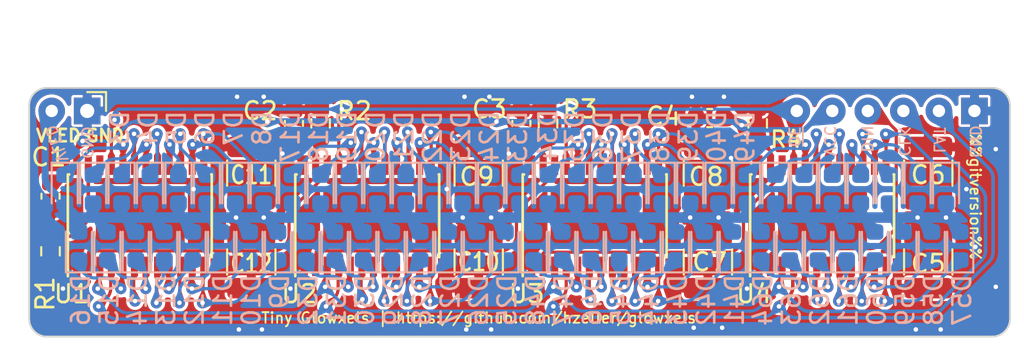
<source format=kicad_pcb>
(kicad_pcb (version 20240108) (generator "pcbnew") (generator_version "8.0")
  (layers (0 "F.Cu" signal) (31 "B.Cu" signal) (34 "B.Paste" user) (35 "F.Paste" user) (36 "B.SilkS" user "B.Silkscreen") (37 "F.SilkS" user "F.Silkscreen") (38 "B.Mask" user) (39 "F.Mask" user) (44 "Edge.Cuts" user))
  (net 0 "")
  (net 1 "/VDD")
  (net 2 "GND")
  (net 3 "/LED-Power")
  (net 4 "/FirstLed")
  (net 5 "Net-(D2-K)")
  (net 6 "Net-(D3-K)")
  (net 7 "Net-(D4-K)")
  (net 8 "Net-(D5-K)")
  (net 9 "Net-(D6-K)")
  (net 10 "Net-(D7-K)")
  (net 11 "Net-(D8-K)")
  (net 12 "Net-(D9-K)")
  (net 13 "Net-(D10-K)")
  (net 14 "Net-(D11-K)")
  (net 15 "Net-(D12-K)")
  (net 16 "Net-(D13-K)")
  (net 17 "Net-(D14-K)")
  (net 18 "Net-(D15-K)")
  (net 19 "Net-(D16-K)")
  (net 20 "Net-(D17-K)")
  (net 21 "Net-(D18-K)")
  (net 22 "Net-(D19-K)")
  (net 23 "Net-(D20-K)")
  (net 24 "Net-(D21-K)")
  (net 25 "Net-(D22-K)")
  (net 26 "Net-(D23-K)")
  (net 27 "Net-(D24-K)")
  (net 28 "Net-(D25-K)")
  (net 29 "Net-(D26-K)")
  (net 30 "Net-(D27-K)")
  (net 31 "Net-(D28-K)")
  (net 32 "Net-(D29-K)")
  (net 33 "Net-(D30-K)")
  (net 34 "Net-(D31-K)")
  (net 35 "Net-(D32-K)")
  (net 36 "Net-(D33-K)")
  (net 37 "Net-(D34-K)")
  (net 38 "Net-(D35-K)")
  (net 39 "Net-(D36-K)")
  (net 40 "Net-(D37-K)")
  (net 41 "Net-(D38-K)")
  (net 42 "Net-(D39-K)")
  (net 43 "Net-(D40-K)")
  (net 44 "Net-(D41-K)")
  (net 45 "Net-(D42-K)")
  (net 46 "Net-(D43-K)")
  (net 47 "Net-(D44-K)")
  (net 48 "Net-(D45-K)")
  (net 49 "Net-(D46-K)")
  (net 50 "Net-(D47-K)")
  (net 51 "Net-(D48-K)")
  (net 52 "Net-(D49-K)")
  (net 53 "Net-(D50-K)")
  (net 54 "Net-(D51-K)")
  (net 55 "Net-(D52-K)")
  (net 56 "Net-(D53-K)")
  (net 57 "Net-(D54-K)")
  (net 58 "Net-(D55-K)")
  (net 59 "Net-(D56-K)")
  (net 60 "Net-(D57-K)")
  (net 61 "Net-(D58-K)")
  (net 62 "Net-(D59-K)")
  (net 63 "Net-(D60-K)")
  (net 64 "Net-(D61-K)")
  (net 65 "Net-(D62-K)")
  (net 66 "Net-(D63-K)")
  (net 67 "/LastLed")
  (net 68 "/Latch")
  (net 69 "/CLK")
  (net 70 "/D-Out")
  (net 71 "/~{OE}")
  (net 72 "/D-IN")
  (net 73 "Net-(U1-RExt)")
  (net 74 "Net-(U2-RExt)")
  (net 75 "Net-(U3-RExt)")
  (net 76 "Net-(U4-RExt)")
  (net 78 "Net-(U1-SDI)")
  (net 82 "Net-(U2-SDI)")
  (net 88 "Net-(U3-SDI)")
  (footprint "Connector_PinHeader_2.00mm:PinHeader_1x02_P2.00mm_Vertical" (layer "F.Cu") (at 51.265 40.6 -90)
    (property "Reference" "J2" (hide yes))
    (property "Value" "Conn_01x02_Pin")
  )
  (footprint "Capacitor_SMD:C_1210_3225Metric" (layer "F.Cu") (at 73.3 49.1 -90)
    (property "Reference" "C10")
    (property "Value" "47u")
  )
  (footprint "Capacitor_SMD:C_0603_1608Metric" (layer "F.Cu") (at 75.7 41.3 90)
    (property "Reference" "C3")
    (property "Value" "100n")
  )
  (footprint "Glowxels:TSSOP-24EP_4.4x7.8mm_Pitch0.65mm" (layer "F.Cu") (at 79.85 46.5 90)
    (property "Reference" "U3")
    (property "Value" "STP16CPC26")
  )
  (footprint "Capacitor_SMD:C_0603_1608Metric" (layer "F.Cu") (at 86.3 41 180)
    (property "Reference" "C4")
    (property "Value" "100n")
  )
  (footprint "Connector_PinHeader_2.00mm:PinHeader_1x06_P2.00mm_Vertical" (layer "F.Cu") (at 101.2 40.6 -90)
    (property "Reference" "J1" (hide yes))
    (property "Value" "Conn_01x06_Pin")
  )
  (footprint "Capacitor_SMD:C_1210_3225Metric" (layer "F.Cu") (at 86.2 49.1 -90)
    (property "Reference" "C7")
    (property "Value" "47u")
  )
  (footprint "Capacitor_SMD:C_1210_3225Metric" (layer "F.Cu") (at 60.5 44.1 90)
    (property "Reference" "C11")
    (property "Value" "47u")
  )
  (footprint "Glowxels:TSSOP-24EP_4.4x7.8mm_Pitch0.65mm" (layer "F.Cu") (at 67.05 46.5 90)
    (property "Reference" "U2")
    (property "Value" "STP16CPC26")
  )
  (footprint "Resistor_SMD:R_0603_1608Metric" (layer "F.Cu") (at 64.4 41.3 -90)
    (property "Reference" "R2")
    (property "Value" "1k")
  )
  (footprint "Capacitor_SMD:C_1210_3225Metric" (layer "F.Cu") (at 86.2 44.1 90)
    (property "Reference" "C8")
    (property "Value" "47u")
  )
  (footprint "Resistor_SMD:R_0603_1608Metric" (layer "F.Cu") (at 77.2 41.3 -90)
    (property "Reference" "R3")
    (property "Value" "1k")
  )
  (footprint "Resistor_SMD:R_0603_1608Metric" (layer "F.Cu") (at 89 41.3 -90)
    (property "Reference" "R4")
    (property "Value" "1k")
  )
  (footprint "Glowxels:TSSOP-24EP_4.4x7.8mm_Pitch0.65mm" (layer "F.Cu") (at 54.25 46.5 90)
    (property "Reference" "U1")
    (property "Value" "STP16CPC26")
  )
  (footprint "Capacitor_SMD:C_1210_3225Metric" (layer "F.Cu") (at 60.5 49.1 -90)
    (property "Reference" "C12")
    (property "Value" "47u")
  )
  (footprint "Glowxels:TSSOP-24EP_4.4x7.8mm_Pitch0.65mm" (layer "F.Cu") (at 92.65 46.5 90)
    (property "Reference" "U4")
    (property "Value" "STP16CPC26")
  )
  (footprint "Capacitor_SMD:C_0603_1608Metric" (layer "F.Cu") (at 49.2 45.4 -90)
    (property "Reference" "C1")
    (property "Value" "100n")
  )
  (footprint "Capacitor_SMD:C_0603_1608Metric" (layer "F.Cu") (at 62.9 41.3 90)
    (property "Reference" "C2")
    (property "Value" "100n")
  )
  (footprint "Capacitor_SMD:C_1210_3225Metric" (layer "F.Cu") (at 98.6 44.1 90)
    (property "Reference" "C6")
    (property "Value" "47u")
  )
  (footprint "Capacitor_SMD:C_1210_3225Metric" (layer "F.Cu") (at 98.6 49.1 -90)
    (property "Reference" "C5")
    (property "Value" "47u")
  )
  (footprint "Resistor_SMD:R_0603_1608Metric" (layer "F.Cu") (at 49.2 48.5 90)
    (property "Reference" "R1")
    (property "Value" "1k")
  )
  (footprint "Capacitor_SMD:C_1210_3225Metric" (layer "F.Cu") (at 73.3 44.1 90)
    (property "Reference" "C9")
    (property "Value" "47u")
  )
  (footprint "LED_SMD:LED_0603_1608Metric" (layer "B.Cu") (at 89.2 48.2 90)
    (property "Reference" "D64")
    (property "Value" "UV")
  )
  (footprint "LED_SMD:LED_0603_1608Metric" (layer "B.Cu") (at 58.8 48.2 90)
    (property "Reference" "D11")
    (property "Value" "UV")
  )
  (footprint "LED_SMD:LED_0603_1608Metric" (layer "B.Cu") (at 100.4 48.2 90)
    (property "Reference" "D57")
    (property "Value" "UV")
  )
  (footprint "LED_SMD:LED_0603_1608Metric" (layer "B.Cu") (at 54 48.2 90)
    (property "Reference" "D14")
    (property "Value" "UV")
  )
  (footprint "LED_SMD:LED_0603_1608Metric" (layer "B.Cu") (at 51.6 45 -90)
    (property "Reference" "D2" (hide yes))
    (property "Value" "UV")
  )
  (footprint "LED_SMD:LED_0603_1608Metric" (layer "B.Cu") (at 76.4 48.2 90)
    (property "Reference" "D48")
    (property "Value" "UV")
  )
  (footprint "LED_SMD:LED_0603_1608Metric" (layer "B.Cu") (at 72.4 45 -90)
    (property "Reference" "D23")
    (property "Value" "UV")
  )
  (footprint "LED_SMD:LED_0603_1608Metric" (layer "B.Cu") (at 78 48.2 90)
    (property "Reference" "D47")
    (property "Value" "UV")
  )
  (footprint "LED_SMD:LED_0603_1608Metric" (layer "B.Cu") (at 78.8 45 -90)
    (property "Reference" "D35")
    (property "Value" "UV")
  )
  (footprint "LED_SMD:LED_0603_1608Metric" (layer "B.Cu") (at 97.2 48.2 90)
    (property "Reference" "D59")
    (property "Value" "UV")
  )
  (footprint "LED_SMD:LED_0603_1608Metric" (layer "B.Cu") (at 94 48.2 90)
    (property "Reference" "D61")
    (property "Value" "UV")
  )
  (footprint "LED_SMD:LED_0603_1608Metric" (layer "B.Cu") (at 52.4 48.2 90)
    (property "Reference" "D15")
    (property "Value" "UV")
  )
  (footprint "LED_SMD:LED_0603_1608Metric" (layer "B.Cu") (at 62 48.2 90)
    (property "Reference" "D9")
    (property "Value" "UV")
  )
  (footprint "LED_SMD:LED_0603_1608Metric" (layer "B.Cu") (at 81.2 48.2 90)
    (property "Reference" "D45")
    (property "Value" "UV")
  )
  (footprint "LED_SMD:LED_0603_1608Metric" (layer "B.Cu") (at 91.6 45 -90)
    (property "Reference" "D51" (hide yes))
    (property "Value" "UV")
  )
  (footprint "LED_SMD:LED_0603_1608Metric" (layer "B.Cu") (at 68.4 48.2 90)
    (property "Reference" "D29")
    (property "Value" "UV")
  )
  (footprint "LED_SMD:LED_0603_1608Metric" (layer "B.Cu") (at 61.2 45 -90)
    (property "Reference" "D8")
    (property "Value" "UV")
  )
  (footprint "LED_SMD:LED_0603_1608Metric" (layer "B.Cu") (at 66.8 48.2 90)
    (property "Reference" "D30")
    (property "Value" "UV")
  )
  (footprint "LED_SMD:LED_0603_1608Metric" (layer "B.Cu") (at 62.8 45 -90)
    (property "Reference" "D17")
    (property "Value" "UV")
  )
  (footprint "LED_SMD:LED_0603_1608Metric" (layer "B.Cu") (at 63.6 48.2 90)
    (property "Reference" "D32")
    (property "Value" "UV")
  )
  (footprint "LED_SMD:LED_0603_1608Metric" (layer "B.Cu") (at 86 48.2 90)
    (property "Reference" "D42")
    (property "Value" "UV")
  )
  (footprint "LED_SMD:LED_0603_1608Metric" (layer "B.Cu") (at 73.2 48.2 90)
    (property "Reference" "D26")
    (property "Value" "UV")
  )
  (footprint "LED_SMD:LED_0603_1608Metric" (layer "B.Cu") (at 77.2 45 -90)
    (property "Reference" "D34")
    (property "Value" "UV")
  )
  (footprint "LED_SMD:LED_0603_1608Metric" (layer "B.Cu") (at 54.8 45 -90)
    (property "Reference" "D4")
    (property "Value" "UV")
  )
  (footprint "LED_SMD:LED_0603_1608Metric" (layer "B.Cu") (at 66 45 -90)
    (property "Reference" "D19")
    (property "Value" "UV")
  )
  (footprint "LED_SMD:LED_0603_1608Metric" (layer "B.Cu") (at 59.6 45 -90)
    (property "Reference" "D7")
    (property "Value" "UV")
  )
  (footprint "LED_SMD:LED_0603_1608Metric" (layer "B.Cu") (at 50 45 -90)
    (property "Reference" "D1" (hide yes))
    (property "Value" "UV")
  )
  (footprint "LED_SMD:LED_0603_1608Metric" (layer "B.Cu") (at 69.2 45 -90)
    (property "Reference" "D21")
    (property "Value" "UV")
  )
  (footprint "LED_SMD:LED_0603_1608Metric" (layer "B.Cu") (at 99.6 45 -90)
    (property "Reference" "D56" (hide yes))
    (property "Value" "UV")
  )
  (footprint "LED_SMD:LED_0603_1608Metric" (layer "B.Cu") (at 79.6 48.2 90)
    (property "Reference" "D46")
    (property "Value" "UV")
  )
  (footprint "LED_SMD:LED_0603_1608Metric" (layer "B.Cu") (at 94.8 45 -90)
    (property "Reference" "D53" (hide yes))
    (property "Value" "UV")
  )
  (footprint "LED_SMD:LED_0603_1608Metric" (layer "B.Cu") (at 70 48.2 90)
    (property "Reference" "D28")
    (property "Value" "UV")
  )
  (footprint "LED_SMD:LED_0603_1608Metric" (layer "B.Cu") (at 84.4 48.2 90)
    (property "Reference" "D43")
    (property "Value" "UV")
  )
  (footprint "LED_SMD:LED_0603_1608Metric" (layer "B.Cu") (at 65.2 48.2 90)
    (property "Reference" "D31")
    (property "Value" "UV")
  )
  (footprint "LED_SMD:LED_0603_1608Metric" (layer "B.Cu") (at 93.2 45 -90)
    (property "Reference" "D52" (hide yes))
    (property "Value" "UV")
  )
  (footprint "LED_SMD:LED_0603_1608Metric" (layer "B.Cu") (at 55.6 48.2 90)
    (property "Reference" "D13")
    (property "Value" "UV")
  )
  (footprint "LED_SMD:LED_0603_1608Metric" (layer "B.Cu") (at 53.2 45 -90)
    (property "Reference" "D3")
    (property "Value" "UV")
  )
  (footprint "LED_SMD:LED_0603_1608Metric" (layer "B.Cu") (at 87.6 48.2 90)
    (property "Reference" "D41")
    (property "Value" "UV")
  )
  (footprint "LED_SMD:LED_0603_1608Metric" (layer "B.Cu") (at 64.4 45 -90)
    (property "Reference" "D18")
    (property "Value" "UV")
  )
  (footprint "LED_SMD:LED_0603_1608Metric" (layer "B.Cu") (at 71.6 48.2 90)
    (property "Reference" "D27")
    (property "Value" "UV")
  )
  (footprint "LED_SMD:LED_0603_1608Metric" (layer "B.Cu") (at 82.8 48.2 90)
    (property "Reference" "D44")
    (property "Value" "UV")
  )
  (footprint "LED_SMD:LED_0603_1608Metric" (layer "B.Cu") (at 74.8 48.2 90)
    (property "Reference" "D25")
    (property "Value" "UV")
  )
  (footprint "LED_SMD:LED_0603_1608Metric" (layer "B.Cu") (at 58 45 -90)
    (property "Reference" "D6")
    (property "Value" "UV")
  )
  (footprint "LED_SMD:LED_0603_1608Metric" (layer "B.Cu") (at 80.4 45 -90)
    (property "Reference" "D36")
    (property "Value" "UV")
  )
  (footprint "LED_SMD:LED_0603_1608Metric" (layer "B.Cu") (at 60.4 48.2 90)
    (property "Reference" "D10")
    (property "Value" "UV")
  )
  (footprint "LED_SMD:LED_0603_1608Metric" (layer "B.Cu") (at 98 45 -90)
    (property "Reference" "D55" (hide yes))
    (property "Value" "UV")
  )
  (footprint "LED_SMD:LED_0603_1608Metric" (layer "B.Cu") (at 57.2 48.2 90)
    (property "Reference" "D12")
    (property "Value" "UV")
  )
  (footprint "LED_SMD:LED_0603_1608Metric" (layer "B.Cu") (at 96.4 45 -90)
    (property "Reference" "D54" (hide yes))
    (property "Value" "UV")
  )
  (footprint "LED_SMD:LED_0603_1608Metric" (layer "B.Cu") (at 88.4 45 -90)
    (property "Reference" "D49")
    (property "Value" "UV")
  )
  (footprint "LED_SMD:LED_0603_1608Metric" (layer "B.Cu") (at 85.2 45 -90)
    (property "Reference" "D39")
    (property "Value" "UV")
  )
  (footprint "LED_SMD:LED_0603_1608Metric" (layer "B.Cu") (at 50.8 48.2 90)
    (property "Reference" "D16")
    (property "Value" "UV")
  )
  (footprint "LED_SMD:LED_0603_1608Metric" (layer "B.Cu") (at 82 45 -90)
    (property "Reference" "D37")
    (property "Value" "UV")
  )
  (footprint "LED_SMD:LED_0603_1608Metric" (layer "B.Cu") (at 56.4 45 -90)
    (property "Reference" "D5")
    (property "Value" "UV")
  )
  (footprint "LED_SMD:LED_0603_1608Metric" (layer "B.Cu") (at 92.4 48.2 90)
    (property "Reference" "D62")
    (property "Value" "UV")
  )
  (footprint "LED_SMD:LED_0603_1608Metric" (layer "B.Cu") (at 75.6 45 -90)
    (property "Reference" "D33")
    (property "Value" "UV")
  )
  (footprint "LED_SMD:LED_0603_1608Metric" (layer "B.Cu") (at 95.6 48.2 90)
    (property "Reference" "D60")
    (property "Value" "UV")
  )
  (footprint "LED_SMD:LED_0603_1608Metric" (layer "B.Cu") (at 74 45 -90)
    (property "Reference" "D24")
    (property "Value" "UV")
  )
  (footprint "LED_SMD:LED_0603_1608Metric" (layer "B.Cu") (at 70.8 45 -90)
    (property "Reference" "D22")
    (property "Value" "UV")
  )
  (footprint "LED_SMD:LED_0603_1608Metric" (layer "B.Cu") (at 90.8 48.2 90)
    (property "Reference" "D63")
    (property "Value" "UV")
  )
  (footprint "LED_SMD:LED_0603_1608Metric" (layer "B.Cu") (at 98.8 48.2 90)
    (property "Reference" "D58")
    (property "Value" "UV")
  )
  (footprint "LED_SMD:LED_0603_1608Metric" (layer "B.Cu") (at 86.8 45 -90)
    (property "Reference" "D40")
    (property "Value" "UV")
  )
  (footprint "LED_SMD:LED_0603_1608Metric" (layer "B.Cu") (at 83.6 45 -90)
    (property "Reference" "D38")
    (property "Value" "UV")
  )
  (footprint "LED_SMD:LED_0603_1608Metric" (layer "B.Cu") (at 90 45 -90)
    (property "Reference" "D50" (hide yes))
    (property "Value" "UV")
  )
  (footprint "LED_SMD:LED_0603_1608Metric" (layer "B.Cu") (at 67.6 45 -90)
    (property "Reference" "D20")
    (property "Value" "UV")
  )
  (gr_line (start 49 39.3) (end 102.2 39.3) (stroke (width 0.1)) (layer "Edge.Cuts"))
  (gr_line (start 48 52.3) (end 48 40.3) (stroke (width 0.1)) (layer "Edge.Cuts"))
  (gr_arc (start 49 53.3) (mid 48.292893 53.007107) (end 48 52.3) (stroke (width 0.1)) (layer "Edge.Cuts"))
  (gr_line (start 102.2 53.3) (end 49 53.3) (stroke (width 0.1)) (layer "Edge.Cuts"))
  (gr_line (start 103.2 40.3) (end 103.2 52.3) (stroke (width 0.1)) (layer "Edge.Cuts"))
  (gr_arc (start 48 40.3) (mid 48.292893 39.592893) (end 49 39.3) (stroke (width 0.1)) (layer "Edge.Cuts"))
  (gr_arc (start 102.2 39.3) (mid 102.907107 39.592893) (end 103.2 40.3) (stroke (width 0.1)) (layer "Edge.Cuts"))
  (gr_arc (start 103.2 52.3) (mid 102.907107 53.007107) (end 102.2 53.3) (stroke (width 0.1)) (layer "Edge.Cuts"))
  (gr_text "VLED" (at 48.8 41.5 290) (layer "B.SilkS") (effects (font (size 0.6 0.6) (thickness 0.1)) (justify right bottom mirror)))
  (gr_text "GND" (at 50.9 41.4 270) (layer "B.SilkS") (effects (font (size 0.6 0.6) (thickness 0.1)) (justify right bottom mirror)))
  (gr_text "~{OE}" (at 90.7 42.7 270) (layer "B.SilkS") (effects (font (size 0.6 0.6) (thickness 0.1)) (justify left bottom mirror)))
  (gr_text "VCC" (at 92.7 43.2 270) (layer "B.SilkS") (effects (font (size 0.6 0.6) (thickness 0.1)) (justify left bottom mirror)))
  (gr_text "CLK" (at 96.9 41.402 270) (layer "B.SilkS") (effects (font (size 0.6 0.6) (thickness 0.1)) (justify right bottom mirror)))
  (gr_text "GND" (at 100.9 43.3 270) (layer "B.SilkS") (effects (font (size 0.6 0.6) (thickness 0.1)) (justify left bottom mirror)))
  (gr_text "DIN" (at 94.8 43 270) (layer "B.SilkS") (effects (font (size 0.6 0.6) (thickness 0.1)) (justify left bottom mirror)))
  (gr_text "LAT" (at 98.865 41.4528 270) (layer "B.SilkS") (effects (font (size 0.6 0.6) (thickness 0.1)) (justify right bottom mirror)))
  (gr_text "%%gitversion%%" (at 100.9 41.8 270) (layer "F.SilkS") (effects (font (size 0.6 0.6) (thickness 0.1) (bold yes)) (justify left bottom)))
  (gr_text "VLED" (at 48.3 42.4 0) (layer "F.SilkS") (effects (font (size 0.7 0.7)) (justify left bottom)))
  (gr_text "GND" (at 51.1 42.4 0) (layer "F.SilkS") (effects (font (size 0.7 0.7)) (justify left bottom)))
  (gr_text "Tiny Glowxels | https://github.com/hzeller/glowxels" (at 73.3 52.6 0) (layer "F.SilkS") (effects (font (size 0.6 0.6) (thickness 0.1) (bold yes)) (justify bottom)))
  (segment (start 50.675 42.625) (end 50.675 43.65) (width 0.2) (layer "F.Cu") (net 1))
  (segment (start 88.1 42.675) (end 89.075 43.65) (width 0.18) (layer "F.Cu") (net 1))
  (segment (start 88.1 41.4) (end 88.1 42.675) (width 0.18) (layer "F.Cu") (net 1))
  (segment (start 75.7 43.075) (end 75.7 42.075) (width 0.18) (layer "F.Cu") (net 1))
  (segment (start 87.7 41) (end 88.1 41.4) (width 0.18) (layer "F.Cu") (net 1))
  (segment (start 62.025 41.2) (end 61.4 41.2) (width 0.18) (layer "F.Cu") (net 1))
  (segment (start 62.9 43.075) (end 62.9 42.075) (width 0.18) (layer "F.Cu") (net 1))
  (segment (start 49.7 44.625) (end 50.675 43.65) (width 0.2) (layer "F.Cu") (net 1))
  (segment (start 74.825 41.2) (end 74.3 41.2) (width 0.18) (layer "F.Cu") (net 1))
  (segment (start 51 42.3) (end 50.675 42.625) (width 0.2) (layer "F.Cu") (net 1))
  (segment (start 87.075 41) (end 87.7 41) (width 0.18) (layer "F.Cu") (net 1))
  (segment (start 49.2 44.625) (end 49.7 44.625) (width 0.2) (layer "F.Cu") (net 1))
  (segment (start 62.9 42.075) (end 62.025 41.2) (width 0.18) (layer "F.Cu") (net 1))
  (segment (start 76.275 43.65) (end 75.7 43.075) (width 0.18) (layer "F.Cu") (net 1))
  (segment (start 75.7 42.075) (end 74.825 41.2) (width 0.18) (layer "F.Cu") (net 1))
  (segment (start 63.475 43.65) (end 62.9 43.075) (width 0.18) (layer "F.Cu") (net 1))
  (via (at 61.4 41.2) (size 0.635) (drill 0.254) (layers "F.Cu" "B.Cu") (net 1))
  (via (at 74.3 41.2) (size 0.635) (drill 0.254) (layers "F.Cu" "B.Cu") (net 1))
  (via (at 51 42.3) (size 0.635) (drill 0.254) (layers "F.Cu" "B.Cu") (net 1))
  (via (at 88.1 41.4) (size 0.635) (drill 0.254) (layers "F.Cu" "B.Cu") (net 1))
  (segment (start 92.699067 40.6) (end 93.2 40.6) (width 0.3) (layer "B.Cu") (net 1))
  (segment (start 87.9 41.2) (end 88.1 41.4) (width 0.3) (layer "B.Cu") (net 1))
  (segment (start 61.44 41.16) (end 74.26 41.16) (width 0.3) (layer "B.Cu") (net 1))
  (segment (start 88.36 41.66) (end 91.639067 41.66) (width 0.3) (layer "B.Cu") (net 1))
  (segment (start 52.834315 42.065685) (end 53.465686 41.434314) (width 0.2) (layer "B.Cu") (net 1))
  (segment (start 91.639067 41.66) (end 92.699067 40.6) (width 0.3) (layer "B.Cu") (net 1))
  (segment (start 88.1 41.4) (end 88.36 41.66) (width 0.3) (layer "B.Cu") (net 1))
  (segment (start 51 42.3) (end 52.268629 42.3) (width 0.2) (layer "B.Cu") (net 1))
  (segment (start 54.031371 41.2) (end 61.4 41.2) (width 0.3) (layer "B.Cu") (net 1))
  (segment (start 74.3 41.2) (end 87.9 41.2) (width 0.3) (layer "B.Cu") (net 1))
  (segment (start 92.797433 40.6) (end 92.8 40.6) (width 0.18) (layer "B.Cu") (net 1))
  (segment (start 88.1 41.4) (end 88.3 41.6) (width 0.18) (layer "B.Cu") (net 1))
  (segment (start 61.4 41.2) (end 61.44 41.16) (width 0.3) (layer "B.Cu") (net 1))
  (segment (start 74.26 41.16) (end 74.3 41.2) (width 0.3) (layer "B.Cu") (net 1))
  (arc (start 52.834315 42.065685) (mid 52.574776 42.239104) (end 52.268629 42.3) (width 0.2) (layer "B.Cu") (net 1))
  (arc (start 53.465686 41.434314) (mid 53.725225 41.260896) (end 54.031371 41.2) (width 0.2) (layer "B.Cu") (net 1))
  (via (at 73.9 39.8) (size 0.635) (drill 0.254) (layers "F.Cu" "B.Cu") (net 2))
  (via (at 75 43) (size 0.635) (drill 0.254) (layers "F.Cu" "B.Cu") (net 2))
  (via (at 100.75 45) (size 0.635) (drill 0.254) (layers "F.Cu" "B.Cu") (net 2))
  (via (at 74 52.9) (size 0.635) (drill 0.254) (layers "F.Cu" "B.Cu") (net 2))
  (via (at 72.5 39.8) (size 0.635) (drill 0.254) (layers "F.Cu" "B.Cu") (net 2))
  (via (at 87.5 43.25) (size 0.635) (drill 0.254) (layers "F.Cu" "B.Cu") (net 2))
  (via (at 88.4 50.6) (size 0.635) (drill 0.254) (layers "F.Cu" "B.Cu") (net 2))
  (via (at 62.7 50.6) (size 0.635) (drill 0.254) (layers "F.Cu" "B.Cu") (net 2))
  (via (at 97.9 52.9) (size 0.635) (drill 0.254) (layers "F.Cu" "B.Cu") (net 2))
  (via (at 87 52.8) (size 0.635) (drill 0.254) (layers "F.Cu" "B.Cu") (net 2))
  (via (at 99.3 52.9) (size 0.635) (drill 0.254) (layers "F.Cu" "B.Cu") (net 2))
  (via (at 72.6 52.9) (size 0.635) (drill 0.254) (layers "F.Cu" "B.Cu") (net 2))
  (via (at 101.25 48.25) (size 0.635) (drill 0.254) (layers "F.Cu" "B.Cu") (net 2))
  (via (at 62.25 43) (size 0.635) (drill 0.254) (layers "F.Cu" "B.Cu") (net 2))
  (via (at 61.2 39.8) (size 0.635) (drill 0.254) (layers "F.Cu" "B.Cu") (net 2))
  (via (at 102.4 50.5) (size 0.635) (drill 0.254) (layers "F.Cu" "B.Cu") (net 2))
  (via (at 71.5 45) (size 0.635) (drill 0.254) (layers "F.Cu" "B.Cu") (net 2))
  (via (at 87.1 39.8) (size 0.635) (drill 0.254) (layers "F.Cu" "B.Cu") (net 2))
  (via (at 59.7 39.8) (size 0.635) (drill 0.254) (layers "F.Cu" "B.Cu") (net 2))
  (via (at 102.4 42.75) (size 0.635) (drill 0.254) (layers "F.Cu" "B.Cu") (net 2))
  (via (at 85.4 52.8) (size 0.635) (drill 0.254) (layers "F.Cu" "B.Cu") (net 2))
  (via (at 49.9 50.6) (size 0.635) (drill 0.254) (layers "F.Cu" "B.Cu") (net 2))
  (via (at 75.5 50.6) (size 0.635) (drill 0.254) (layers "F.Cu" "B.Cu") (net 2))
  (via (at 85.3 39.8) (size 0.635) (drill 0.254) (layers "F.Cu" "B.Cu") (net 2))
  (via (at 57.25 45) (size 0.635) (drill 0.254) (layers "F.Cu" "B.Cu") (net 2))
  (via (at 61.1 52.9) (size 0.635) (drill 0.254) (layers "F.Cu" "B.Cu") (net 2))
  (via (at 59.8 52.9) (size 0.635) (drill 0.254) (layers "F.Cu" "B.Cu") (net 2))
  (segment (start 74 46.6) (end 74 46.275) (width 0.18) (layer "F.Cu") (net 3))
  (segment (start 60.5 45.575) (end 60.5 45.74375) (width 0.18) (layer "F.Cu") (net 3))
  (segment (start 72.4 46.6) (end 72.4 46.475) (width 0.18) (layer "F.Cu") (net 3))
  (segment (start 85.2 46.6) (end 85.2 46.575) (width 0.18) (layer "F.Cu") (net 3))
  (segment (start 60.5 45.74375) (end 59.64375 46.6) (width 0.18) (layer "F.Cu") (net 3))
  (segment (start 61.2 46.275) (end 60.5 45.575) (width 0.18) (layer "F.Cu") (net 3))
  (segment (start 61.2 46.6) (end 61.2 46.275) (width 0.18) (layer "F.Cu") (net 3))
  (segment (start 59.64375 46.76875) (end 60.5 47.625) (width 0.18) (layer "F.Cu") (net 3))
  (segment (start 98 46.6) (end 98 47.025) (width 0.18) (layer "F.Cu") (net 3))
  (segment (start 72.4 46.475) (end 73.3 45.575) (width 0.18) (layer "F.Cu") (net 3))
  (segment (start 85.2 46.6) (end 85.2 46.625) (width 0.18) (layer "F.Cu") (net 3))
  (segment (start 61.2 46.6) (end 61.2 46.925) (width 0.18) (layer "F.Cu") (net 3))
  (segment (start 59.64375 46.6) (end 59.64375 46.76875) (width 0.18) (layer "F.Cu") (net 3))
  (segment (start 86.8 46.6) (end 86.8 46.175) (width 0.18) (layer "F.Cu") (net 3))
  (segment (start 98.6 45.6) (end 99.6 46.6) (width 0.18) (layer "F.Cu") (net 3))
  (segment (start 86.8 46.175) (end 86.2 45.575) (width 0.18) (layer "F.Cu") (net 3))
  (segment (start 72.4 46.6) (end 72.4 46.725) (width 0.18) (layer "F.Cu") (net 3))
  (segment (start 98.6 45.575) (end 98.6 45.6) (width 0.18) (layer "F.Cu") (net 3))
  (segment (start 98 47.025) (end 98.6 47.625) (width 0.18) (layer "F.Cu") (net 3))
  (segment (start 61.2 46.925) (end 60.5 47.625) (width 0.18) (layer "F.Cu") (net 3))
  (segment (start 85.2 46.625) (end 86.2 47.625) (width 0.18) (layer "F.Cu") (net 3))
  (segment (start 74 46.275) (end 73.3 45.575) (width 0.18) (layer "F.Cu") (net 3))
  (segment (start 72.4 46.725) (end 73.3 47.625) (width 0.18) (layer "F.Cu") (net 3))
  (segment (start 74 46.925) (end 73.3 47.625) (width 0.18) (layer "F.Cu") (net 3))
  (segment (start 85.2 46.575) (end 86.2 45.575) (width 0.18) (layer "F.Cu") (net 3))
  (segment (start 86.8 47.025) (end 86.2 47.625) (width 0.18) (layer "F.Cu") (net 3))
  (segment (start 98 46.175) (end 98.6 45.575) (width 0.18) (layer "F.Cu") (net 3))
  (segment (start 99.6 46.6) (end 99.6 46.625) (width 0.18) (layer "F.Cu") (net 3))
  (segment (start 49.3 41.3) (end 49.525 41.3) (width 0.18) (layer "F.Cu") (net 3))
  (segment (start 98 46.6) (end 98 46.175) (width 0.18) (layer "F.Cu") (net 3))
  (segment (start 86.8 46.6) (end 86.8 47.025) (width 0.18) (layer "F.Cu") (net 3))
  (segment (start 99.6 46.625) (end 98.6 47.625) (width 0.18) (layer "F.Cu") (net 3))
  (segment (start 74 46.6) (end 74 46.925) (width 0.18) (layer "F.Cu") (net 3))
  (via (at 61.2 46.6) (size 0.635) (drill 0.254) (layers "F.Cu" "B.Cu") (net 3))
  (via (at 59.64375 46.6) (size 0.635) (drill 0.254) (layers "F.Cu" "B.Cu") (net 3))
  (via (at 98 46.6) (size 0.635) (drill 0.254) (layers "F.Cu" "B.Cu") (net 3))
  (via (at 99.6 46.6) (size 0.635) (drill 0.254) (layers "F.Cu" "B.Cu") (net 3))
  (via (at 85.2 46.6) (size 0.635) (drill 0.254) (layers "F.Cu" "B.Cu") (net 3))
  (via (at 86.8 46.6) (size 0.635) (drill 0.254) (layers "F.Cu" "B.Cu") (net 3))
  (via (at 72.4 46.6) (size 0.635) (drill 0.254) (layers "F.Cu" "B.Cu") (net 3))
  (via (at 74 46.6) (size 0.635) (drill 0.254) (layers "F.Cu" "B.Cu") (net 3))
  (segment (start 61.2 46.6125) (end 62 47.4125) (width 0.18) (layer "B.Cu") (net 3))
  (segment (start 70.8 46.6125) (end 71.6 47.4125) (width 0.18) (layer "B.Cu") (net 3))
  (segment (start 49.265 40.6) (end 49.192893 40.672107) (width 0.4) (layer "B.Cu") (net 3))
  (segment (start 58 46.6125) (end 58.8 47.4125) (width 0.18) (layer "B.Cu") (net 3))
  (segment (start 94.8 45.7875) (end 94.8 46.6125) (width 0.18) (layer "B.Cu") (net 3))
  (segment (start 75.6 46.6125) (end 76.4 47.4125) (width 0.18) (layer "B.Cu") (net 3))
  (segment (start 50 45.7875) (end 50 46.6125) (width 0.18) (layer "B.Cu") (net 3))
  (segment (start 64.4 45.7875) (end 64.4 46.6125) (width 0.18) (layer "B.Cu") (net 3))
  (segment (start 93.2 46.6125) (end 94 47.4125) (width 0.18) (layer "B.Cu") (net 3))
  (segment (start 56.4 45.7875) (end 56.4 46.6125) (width 0.18) (layer "B.Cu") (net 3))
  (segment (start 53.2 45.7875) (end 53.2 46.6125) (width 0.18) (layer "B.Cu") (net 3))
  (segment (start 96.4 45.7875) (end 96.4 46.6125) (width 0.18) (layer "B.Cu") (net 3))
  (segment (start 75.6 45.7875) (end 75.6 46.6125) (width 0.18) (layer "B.Cu") (net 3))
  (segment (start 99.6 46.6) (end 99.6 46.6125) (width 0.18) (layer "B.Cu") (net 3))
  (segment (start 85.2 46.5) (end 85.2 46.6125) (width 0.18) (layer "B.Cu") (net 3))
  (segment (start 61.2 45.7875) (end 61.2 46.6) (width 0.18) (layer "B.Cu") (net 3))
  (segment (start 80.4 45.7875) (end 80.4 46.6125) (width 0.18) (layer "B.Cu") (net 3))
  (segment (start 66 45.7875) (end 66 46.6125) (width 0.18) (layer "B.Cu") (net 3))
  (segment (start 62.8 45.7875) (end 62.8 46.6125) (width 0.18) (layer "B.Cu") (net 3))
  (segment (start 98 46.6) (end 98 46.6125) (width 0.18) (layer "B.Cu") (net 3))
  (segment (start 85.2 45.7875) (end 85.2 46.5) (width 0.18) (layer "B.Cu") (net 3))
  (segment (start 58 45.7875) (end 58 46.6125) (width 0.18) (layer "B.Cu") (net 3))
  (segment (start 99.6 46.6125) (end 100.4 47.4125) (width 0.18) (layer "B.Cu") (net 3))
  (segment (start 59.64375 46.65625) (end 60.4 47.4125) (width 0.18) (layer "B.Cu") (net 3))
  (segment (start 69.2 45.7875) (end 69.2 46.6125) (width 0.18) (layer "B.Cu") (net 3))
  (segment (start 86.8 45.7875) (end 86.8 46.6) (width 0.18) (layer "B.Cu") (net 3))
  (segment (start 72.4 45.7875) (end 72.4 46.5) (width 0.18) (layer "B.Cu") (net 3))
  (segment (start 74 45.7875) (end 74 46.6) (width 0.18) (layer "B.Cu") (net 3))
  (segment (start 83.6 45.7875) (end 83.6 46.6125) (width 0.18) (layer "B.Cu") (net 3))
  (segment (start 85.2 46.6125) (end 86 47.4125) (width 0.18) (layer "B.Cu") (net 3))
  (segment (start 51.6 45.7875) (end 51.6 46.6125) (width 0.18) (layer "B.Cu") (net 3))
  (segment (start 91.6 45.7875) (end 91.6 46.6125) (width 0.18) (layer "B.Cu") (net 3))
  (segment (start 90 45.7875) (end 90 46.6125) (width 0.18) (layer "B.Cu") (net 3))
  (segment (start 48.9 41.379214) (end 48.9 44.285786) (width 0.4) (layer "B.Cu") (net 3))
  (segment (start 49.192893 44.992893) (end 50.507107 46.307107) (width 0.4) (layer "B.Cu") (net 3))
  (segment (start 67.6 46.6125) (end 68.4 47.4125) (width 0.18) (layer "B.Cu") (net 3))
  (segment (start 72.4 46.6125) (end 73.2 47.4125) (width 0.18) (layer "B.Cu") (net 3))
  (segment (start 54.8 46.6125) (end 55.6 47.4125) (width 0.18) (layer "B.Cu") (net 3))
  (segment (start 94.8 46.6125) (end 95.6 47.4125) (width 0.18) (layer "B.Cu") (net 3))
  (segment (start 51.6 46.6125) (end 52.4 47.4125) (width 0.18) (layer "B.Cu") (net 3))
  (segment (start 66 46.6125) (end 66.8 47.4125) (width 0.18) (layer "B.Cu") (net 3))
  (segment (start 83.6 46.6125) (end 84.4 47.4125) (width 0.18) (layer "B.Cu") (net 3))
  (segment (start 91.6 46.6125) (end 92.4 47.4125) (width 0.18) (layer "B.Cu") (net 3))
  (segment (start 78.8 45.7875) (end 78.8 46.6125) (width 0.18) (layer "B.Cu") (net 3))
  (segment (start 86.8 46.6125) (end 87.6 47.4125) (width 0.18) (layer "B.Cu") (net 3))
  (segment (start 64.4 46.6125) (end 65.2 47.4125) (width 0.18) (layer "B.Cu") (net 3))
  (segment (start 62.8 46.6125) (end 63.6 47.4125) (width 0.18) (layer "B.Cu") (net 3))
  (segment (start 67.6 45.7875) (end 67.6 46.6125) (width 0.18) (layer "B.Cu") (net 3))
  (segment (start 59.6 46.6125) (end 59.64375 46.65625) (width 0.18) (layer "B.Cu") (net 3))
  (segment (start 88.4 46.6125) (end 89.2 47.4125) (width 0.18) (layer "B.Cu") (net 3))
  (segment (start 90 46.6125) (end 90.8 47.4125) (width 0.18) (layer "B.Cu") (net 3))
  (segment (start 77.2 45.7875) (end 77.2 46.6125) (width 0.18) (layer "B.Cu") (net 3))
  (segment (start 93.2 45.7875) (end 93.2 46.6125) (width 0.18) (layer "B.Cu") (net 3))
  (segment (start 56.4 46.6125) (end 57.2 47.4125) (width 0.18) (layer "B.Cu") (net 3))
  (segment (start 98 46.6125) (end 98.8 47.4125) (width 0.18) (layer "B.Cu") (net 3))
  (segment (start 99.6 45.7875) (end 99.6 46.6) (width 0.18) (layer "B.Cu") (net 3))
  (segment (start 70.8 45.7875) (end 70.8 46.6125) (width 0.18) (layer "B.Cu") (net 3))
  (segment (start 82 46.6125) (end 82.8 47.4125) (width 0.18) (layer "B.Cu") (net 3))
  (segment (start 53.2 46.6125) (end 54 47.4125) (width 0.18) (layer "B.Cu") (net 3))
  (segment (start 59.6 45.7875) (end 59.6 46.6125) (width 0.18) (layer "B.Cu") (net 3))
  (segment (start 50 46.6125) (end 50.8 47.4125) (width 0.18) (layer "B.Cu") (net 3))
  (segment (start 74 46.6) (end 74 46.6125) (width 0.18) (layer "B.Cu") (net 3))
  (segment (start 50.8 47.014214) (end 50.8 47.4125) (width 0.4) (layer "B.Cu") (net 3))
  (segment (start 88.4 45.7875) (end 88.4 46.6125) (width 0.18) (layer "B.Cu") (net 3))
  (segment (start 86.8 46.6) (end 86.8 46.6125) (width 0.18) (layer "B.Cu") (net 3))
  (segment (start 72.4 46.5) (end 72.4 46.6125) (width 0.18) (layer "B.Cu") (net 3))
  (segment (start 96.4 46.6125) (end 97.2 47.4125) (width 0.18) (layer "B.Cu") (net 3))
  (segment (start 54.8 45.7875) (end 54.8 46.6125) (width 0.18) (layer "B.Cu") (net 3))
  (segment (start 69.2 46.6125) (end 70 47.4125) (width 0.18) (layer "B.Cu") (net 3))
  (segment (start 77.2 46.6125) (end 78 47.4125) (width 0.18) (layer "B.Cu") (net 3))
  (segment (start 80.4 46.6125) (end 81.2 47.4125) (width 0.18) (layer "B.Cu") (net 3))
  (segment (start 49.4 41.2) (end 49.3 41.3) (width 0.18) (layer "B.Cu") (net 3))
  (segment (start 74 46.6125) (end 74.8 47.4125) (width 0.18) (layer "B.Cu") (net 3))
  (segment (start 78.8 46.6125) (end 79.6 47.4125) (width 0.18) (layer "B.Cu") (net 3))
  (segment (start 61.2 46.6) (end 61.2 46.6125) (width 0.18) (layer "B.Cu") (net 3))
  (segment (start 98 45.7875) (end 98 46.6) (width 0.18) (layer "B.Cu") (net 3))
  (segment (start 82 45.7875) (end 82 46.6125) (width 0.18) (layer "B.Cu") (net 3))
  (arc (start 49.192893 40.672107) (mid 48.97612 40.99653) (end 48.9 41.379214) (width 0.4) (layer "B.Cu") (net 3))
  (arc (start 48.9 44.285786) (mid 48.97612 44.668469) (end 49.192893 44.992893) (width 0.4) (layer "B.Cu") (net 3))
  (arc (start 50.8 47.014214) (mid 50.72388 46.631531) (end 50.507107 46.307107) (width 0.4) (layer "B.Cu") (net 3))
  (segment (start 53.275 42.5125) (end 53.3 42.4875) (width 0.18) (layer "F.Cu") (net 4))
  (segment (start 53.275 43.6375) (end 53.275 42.5125) (width 0.18) (layer "F.Cu") (net 4))
  (via (at 53.3 42.4875) (size 0.635) (drill 0.254) (layers "F.Cu" "B.Cu") (net 4))
  (segment (start 53.1 42.6875) (end 51.843871 42.6875) (width 0.18) (layer "B.Cu") (net 4))
  (segment (start 53.3 42.4875) (end 53.1 42.6875) (width 0.18) (layer "B.Cu") (net 4))
  (segment (start 51.278185 42.921815) (end 50 44.2) (width 0.18) (layer "B.Cu") (net 4))
  (arc (start 51.843871 42.6875) (mid 51.537724 42.748397) (end 51.278185 42.921815) (width 0.18) (layer "B.Cu") (net 4))
  (segment (start 53.925 43.6375) (end 53.925 41.9125) (width 0.18) (layer "F.Cu") (net 5))
  (segment (start 53.925 41.9125) (end 53.9 41.8875) (width 0.18) (layer "F.Cu") (net 5))
  (via (at 53.9 41.8875) (size 0.635) (drill 0.254) (layers "F.Cu" "B.Cu") (net 5))
  (segment (start 53.665685 42.940983) (end 53.543898 43.06277) (width 0.18) (layer "B.Cu") (net 5))
  (segment (start 52.268601 43.531399) (end 51.6 44.2) (width 0.18) (layer "B.Cu") (net 5))
  (segment (start 52.978213 43.297084) (end 52.834287 43.297084) (width 0.18) (layer "B.Cu") (net 5))
  (segment (start 53.9 41.8875) (end 53.9 42.375297) (width 0.18) (layer "B.Cu") (net 5))
  (arc (start 53.543898 43.06277) (mid 53.284359 43.236188) (end 52.978213 43.297084) (width 0.18) (layer "B.Cu") (net 5))
  (arc (start 53.665685 42.940983) (mid 53.839104 42.681444) (end 53.9 42.375297) (width 0.18) (layer "B.Cu") (net 5))
  (arc (start 52.268601 43.531399) (mid 52.52814 43.35798) (end 52.834287 43.297084) (width 0.18) (layer "B.Cu") (net 5))
  (segment (start 54.575 43.6375) (end 54.575 42.5125) (width 0.18) (layer "F.Cu") (net 6))
  (segment (start 54.575 42.5125) (end 54.6 42.4875) (width 0.18) (layer "F.Cu") (net 6))
  (via (at 54.6 42.4875) (size 0.635) (drill 0.254) (layers "F.Cu" "B.Cu") (net 6))
  (segment (start 53.2 43.8875) (end 53.2 44.2) (width 0.18) (layer "B.Cu") (net 6))
  (segment (start 54.6 42.4875) (end 53.2 43.8875) (width 0.18) (layer "B.Cu") (net 6))
  (segment (start 55.225 41.9125) (end 55.2 41.8875) (width 0.18) (layer "F.Cu") (net 7))
  (segment (start 55.225 43.6375) (end 55.225 41.9125) (width 0.18) (layer "F.Cu") (net 7))
  (via (at 55.2 41.8875) (size 0.635) (drill 0.254) (layers "F.Cu" "B.Cu") (net 7))
  (segment (start 55.2 41.8875) (end 55.2 43.8) (width 0.18) (layer "B.Cu") (net 7))
  (segment (start 55.2 43.8) (end 54.8 44.2) (width 0.18) (layer "B.Cu") (net 7))
  (segment (start 55.875 43.6375) (end 55.875 42.5125) (width 0.18) (layer "F.Cu") (net 8))
  (segment (start 55.875 42.5125) (end 55.9 42.4875) (width 0.18) (layer "F.Cu") (net 8))
  (via (at 55.9 42.4875) (size 0.635) (drill 0.254) (layers "F.Cu" "B.Cu") (net 8))
  (segment (start 55.9 42.4875) (end 55.9 42.7875) (width 0.18) (layer "B.Cu") (net 8))
  (segment (start 55.9 42.7875) (end 56.4 43.2875) (width 0.18) (layer "B.Cu") (net 8))
  (segment (start 56.4 43.2875) (end 56.4 44.2) (width 0.18) (layer "B.Cu") (net 8))
  (segment (start 56.525 41.9125) (end 56.5 41.8875) (width 0.18) (layer "F.Cu") (net 9))
  (segment (start 56.525 43.6375) (end 56.525 41.9125) (width 0.18) (layer "F.Cu") (net 9))
  (via (at 56.5 41.8875) (size 0.635) (drill 0.254) (layers "F.Cu" "B.Cu") (net 9))
  (segment (start 58 44.1875) (end 58 44.2) (width 0.18) (layer "B.Cu") (net 9))
  (segment (start 56.5 42.6875) (end 58 44.1875) (width 0.18) (layer "B.Cu") (net 9))
  (segment (start 56.5 41.8875) (end 56.5 42.6875) (width 0.18) (layer "B.Cu") (net 9))
  (segment (start 57.175 43.6375) (end 57.175 42.5125) (width 0.18) (layer "F.Cu") (net 10))
  (segment (start 57.175 42.5125) (end 57.2 42.4875) (width 0.18) (layer "F.Cu") (net 10))
  (via (at 57.2 42.4875) (size 0.635) (drill 0.254) (layers "F.Cu" "B.Cu") (net 10))
  (segment (start 59.6 44.018871) (end 59.6 44.2) (width 0.18) (layer "B.Cu") (net 10))
  (segment (start 58.634315 42.721815) (end 59.365686 43.453186) (width 0.18) (layer "B.Cu") (net 10))
  (segment (start 57.2 42.4875) (end 58.068629 42.4875) (width 0.18) (layer "B.Cu") (net 10))
  (arc (start 59.6 44.018871) (mid 59.539104 43.712725) (end 59.365686 43.453186) (width 0.18) (layer "B.Cu") (net 10))
  (arc (start 58.634315 42.721815) (mid 58.374776 42.548396) (end 58.068629 42.4875) (width 0.18) (layer "B.Cu") (net 10))
  (segment (start 57.825 41.9125) (end 57.8 41.8875) (width 0.18) (layer "F.Cu") (net 11))
  (segment (start 57.825 43.6375) (end 57.825 41.9125) (width 0.18) (layer "F.Cu") (net 11))
  (via (at 57.8 41.8875) (size 0.635) (drill 0.254) (layers "F.Cu" "B.Cu") (net 11))
  (segment (start 59.121815 42.121815) (end 61.2 44.2) (width 0.18) (layer "B.Cu") (net 11))
  (segment (start 57.8 41.8875) (end 58.556129 41.8875) (width 0.18) (layer "B.Cu") (net 11))
  (arc (start 59.121815 42.121815) (mid 58.862276 41.948396) (end 58.556129 41.8875) (width 0.18) (layer "B.Cu") (net 11))
  (segment (start 57.78125 49.45) (end 57.78125 51.375) (width 0.18) (layer "F.Cu") (net 12))
  (segment (start 57.78125 51.375) (end 57.75625 51.4) (width 0.18) (layer "F.Cu") (net 12))
  (via (at 57.75625 51.4) (size 0.635) (drill 0.254) (layers "F.Cu" "B.Cu") (net 12))
  (segment (start 57.75625 51.4) (end 59.312379 51.4) (width 0.18) (layer "B.Cu") (net 12))
  (segment (start 59.878065 51.165685) (end 61.95625 49.0875) (width 0.18) (layer "B.Cu") (net 12))
  (arc (start 59.312379 51.4) (mid 59.618526 51.339103) (end 59.878065 51.165685) (width 0.18) (layer "B.Cu") (net 12))
  (segment (start 57.13125 50.575) (end 57.15625 50.6) (width 0.18) (layer "F.Cu") (net 13))
  (segment (start 57.13125 49.45) (end 57.13125 50.575) (width 0.18) (layer "F.Cu") (net 13))
  (via (at 57.15625 50.6) (size 0.635) (drill 0.254) (layers "F.Cu" "B.Cu") (net 13))
  (segment (start 59.078065 50.365685) (end 60.35625 49.0875) (width 0.18) (layer "B.Cu") (net 13))
  (segment (start 57.15625 50.6) (end 58.512379 50.6) (width 0.18) (layer "B.Cu") (net 13))
  (arc (start 59.078065 50.365685) (mid 58.818526 50.539104) (end 58.512379 50.6) (width 0.18) (layer "B.Cu") (net 13))
  (segment (start 56.48125 51.375) (end 56.45625 51.4) (width 0.18) (layer "F.Cu") (net 14))
  (segment (start 56.48125 49.45) (end 56.48125 51.375) (width 0.18) (layer "F.Cu") (net 14))
  (via (at 56.45625 51.4) (size 0.635) (drill 0.254) (layers "F.Cu" "B.Cu") (net 14))
  (segment (start 56.702767 50.234315) (end 56.690564 50.246518) (width 0.18) (layer "B.Cu") (net 14))
  (segment (start 57.512379 50) (end 57.268453 50) (width 0.18) (layer "B.Cu") (net 14))
  (segment (start 56.45625 50.812203) (end 56.45625 51.4) (width 0.18) (layer "B.Cu") (net 14))
  (segment (start 58.75625 49.0875) (end 58.078064 49.765686) (width 0.18) (layer "B.Cu") (net 14))
  (segment (start 58.75625 49.1) (end 58.75625 49.0875) (width 0.18) (layer "B.Cu") (net 14))
  (arc (start 56.702767 50.234315) (mid 56.962306 50.060896) (end 57.268453 50) (width 0.18) (layer "B.Cu") (net 14))
  (arc (start 56.690564 50.246518) (mid 56.517146 50.506057) (end 56.45625 50.812203) (width 0.18) (layer "B.Cu") (net 14))
  (arc (start 57.512379 50) (mid 57.818525 49.939104) (end 58.078064 49.765686) (width 0.18) (layer "B.Cu") (net 14))
  (segment (start 55.83125 50.575) (end 55.85625 50.6) (width 0.18) (layer "F.Cu") (net 15))
  (segment (start 55.83125 49.45) (end 55.83125 50.575) (width 0.18) (layer "F.Cu") (net 15))
  (via (at 55.85625 50.6) (size 0.635) (drill 0.254) (layers "F.Cu" "B.Cu") (net 15))
  (segment (start 55.85625 50.6) (end 57.15625 49.3) (width 0.18) (layer "B.Cu") (net 15))
  (segment (start 57.15625 49.3) (end 57.15625 49.0875) (width 0.18) (layer "B.Cu") (net 15))
  (segment (start 55.18125 51.375) (end 55.15625 51.4) (width 0.18) (layer "F.Cu") (net 16))
  (segment (start 55.18125 49.45) (end 55.18125 51.375) (width 0.18) (layer "F.Cu") (net 16))
  (via (at 55.15625 51.4) (size 0.635) (drill 0.254) (layers "F.Cu" "B.Cu") (net 16))
  (segment (start 55.55625 49.766062) (end 55.55625 49.0875) (width 0.18) (layer "B.Cu") (net 16))
  (segment (start 55.15625 51.4) (end 55.15625 50.497433) (width 0.18) (layer "B.Cu") (net 16))
  (segment (start 55.15625 50.497433) (end 55.321936 50.331747) (width 0.18) (layer "B.Cu") (net 16))
  (arc (start 55.55625 49.766062) (mid 55.495354 50.072208) (end 55.321936 50.331747) (width 0.18) (layer "B.Cu") (net 16))
  (segment (start 54.53125 49.45) (end 54.53125 50.575) (width 0.18) (layer "F.Cu") (net 17))
  (segment (start 54.53125 50.575) (end 54.55625 50.6) (width 0.18) (layer "F.Cu") (net 17))
  (via (at 54.55625 50.6) (size 0.635) (drill 0.254) (layers "F.Cu" "B.Cu") (net 17))
  (segment (start 54.55625 49.6875) (end 53.95625 49.0875) (width 0.18) (layer "B.Cu") (net 17))
  (segment (start 54.55625 50.6) (end 54.55625 49.6875) (width 0.18) (layer "B.Cu") (net 17))
  (segment (start 53.88125 51.225) (end 53.95625 51.3) (width 0.18) (layer "F.Cu") (net 18))
  (segment (start 53.88125 49.45) (end 53.88125 51.225) (width 0.18) (layer "F.Cu") (net 18))
  (via (at 53.95625 51.3) (size 0.635) (drill 0.254) (layers "F.Cu" "B.Cu") (net 18))
  (segment (start 53.75625 51.1) (end 53.95625 51.3) (width 0.18) (layer "B.Cu") (net 18))
  (segment (start 52.35625 49.0875) (end 53.034436 49.765686) (width 0.18) (layer "B.Cu") (net 18))
  (segment (start 53.600121 50) (end 53.75625 50) (width 0.18) (layer "B.Cu") (net 18))
  (segment (start 53.75625 50) (end 53.75625 51.1) (width 0.18) (layer "B.Cu") (net 18))
  (arc (start 53.034436 49.765686) (mid 53.293975 49.939104) (end 53.600121 50) (width 0.18) (layer "B.Cu") (net 18))
  (segment (start 53.23125 50.525) (end 53.15625 50.6) (width 0.18) (layer "F.Cu") (net 19))
  (segment (start 53.23125 49.45) (end 53.23125 50.525) (width 0.18) (layer "F.Cu") (net 19))
  (via (at 53.15625 50.6) (size 0.635) (drill 0.254) (layers "F.Cu" "B.Cu") (net 19))
  (segment (start 51.121935 49.765685) (end 50.75625 49.4) (width 0.18) (layer "B.Cu") (net 19))
  (segment (start 50.75625 49.4) (end 50.75625 49.0875) (width 0.18) (layer "B.Cu") (net 19))
  (segment (start 53.15625 50.6) (end 52.790564 50.234314) (width 0.18) (layer "B.Cu") (net 19))
  (segment (start 52.224879 50) (end 51.687621 50) (width 0.18) (layer "B.Cu") (net 19))
  (arc (start 52.790564 50.234314) (mid 52.531025 50.060896) (end 52.224879 50) (width 0.18) (layer "B.Cu") (net 19))
  (arc (start 51.121935 49.765685) (mid 51.381474 49.939104) (end 51.687621 50) (width 0.18) (layer "B.Cu") (net 19))
  (segment (start 66.075 43.5375) (end 66.075 42.4125) (width 0.18) (layer "F.Cu") (net 20))
  (segment (start 66.075 42.4125) (end 66.1 42.3875) (width 0.18) (layer "F.Cu") (net 20))
  (via (at 66.1 42.3875) (size 0.635) (drill 0.254) (layers "F.Cu" "B.Cu") (net 20))
  (segment (start 65.9 42.5875) (end 64.643871 42.5875) (width 0.18) (layer "B.Cu") (net 20))
  (segment (start 64.078185 42.821815) (end 62.8 44.1) (width 0.18) (layer "B.Cu") (net 20))
  (segment (start 66.1 42.3875) (end 65.9 42.5875) (width 0.18) (layer "B.Cu") (net 20))
  (arc (start 64.643871 42.5875) (mid 64.337724 42.648397) (end 64.078185 42.821815) (width 0.18) (layer "B.Cu") (net 20))
  (segment (start 66.725 43.5375) (end 66.725 41.8125) (width 0.18) (layer "F.Cu") (net 21))
  (segment (start 66.725 41.8125) (end 66.7 41.7875) (width 0.18) (layer "F.Cu") (net 21))
  (via (at 66.7 41.7875) (size 0.635) (drill 0.254) (layers "F.Cu" "B.Cu") (net 21))
  (segment (start 65.068601 43.431399) (end 64.4 44.1) (width 0.18) (layer "B.Cu") (net 21))
  (segment (start 66.465685 42.840983) (end 66.343898 42.96277) (width 0.18) (layer "B.Cu") (net 21))
  (segment (start 66.7 41.7875) (end 66.7 42.275297) (width 0.18) (layer "B.Cu") (net 21))
  (segment (start 65.778213 43.197084) (end 65.634287 43.197084) (width 0.18) (layer "B.Cu") (net 21))
  (arc (start 66.343898 42.96277) (mid 66.084359 43.136188) (end 65.778213 43.197084) (width 0.18) (layer "B.Cu") (net 21))
  (arc (start 66.465685 42.840983) (mid 66.639104 42.581444) (end 66.7 42.275297) (width 0.18) (layer "B.Cu") (net 21))
  (arc (start 65.068601 43.431399) (mid 65.32814 43.25798) (end 65.634287 43.197084) (width 0.18) (layer "B.Cu") (net 21))
  (segment (start 67.375 42.4125) (end 67.4 42.3875) (width 0.18) (layer "F.Cu") (net 22))
  (segment (start 67.375 43.5375) (end 67.375 42.4125) (width 0.18) (layer "F.Cu") (net 22))
  (via (at 67.4 42.3875) (size 0.635) (drill 0.254) (layers "F.Cu" "B.Cu") (net 22))
  (segment (start 67.4 42.3875) (end 66 43.7875) (width 0.18) (layer "B.Cu") (net 22))
  (segment (start 66 43.7875) (end 66 44.1) (width 0.18) (layer "B.Cu") (net 22))
  (segment (start 68.025 43.5375) (end 68.025 41.8125) (width 0.18) (layer "F.Cu") (net 23))
  (segment (start 68.025 41.8125) (end 68 41.7875) (width 0.18) (layer "F.Cu") (net 23))
  (via (at 68 41.7875) (size 0.635) (drill 0.254) (layers "F.Cu" "B.Cu") (net 23))
  (segment (start 68 41.7875) (end 68 43.7) (width 0.18) (layer "B.Cu") (net 23))
  (segment (start 68 43.7) (end 67.6 44.1) (width 0.18) (layer "B.Cu") (net 23))
  (segment (start 68.675 43.5375) (end 68.675 42.4125) (width 0.18) (layer "F.Cu") (net 24))
  (segment (start 68.675 42.4125) (end 68.7 42.3875) (width 0.18) (layer "F.Cu") (net 24))
  (via (at 68.7 42.3875) (size 0.635) (drill 0.254) (layers "F.Cu" "B.Cu") (net 24))
  (segment (start 68.7 42.3875) (end 68.7 42.6875) (width 0.18) (layer "B.Cu") (net 24))
  (segment (start 69.2 43.1875) (end 69.2 44.1) (width 0.18) (layer "B.Cu") (net 24))
  (segment (start 68.7 42.6875) (end 69.2 43.1875) (width 0.18) (layer "B.Cu") (net 24))
  (segment (start 69.325 43.5375) (end 69.325 41.8125) (width 0.18) (layer "F.Cu") (net 25))
  (segment (start 69.325 41.8125) (end 69.3 41.7875) (width 0.18) (layer "F.Cu") (net 25))
  (via (at 69.3 41.7875) (size 0.635) (drill 0.254) (layers "F.Cu" "B.Cu") (net 25))
  (segment (start 70.8 44.0875) (end 70.8 44.1) (width 0.18) (layer "B.Cu") (net 25))
  (segment (start 69.3 41.7875) (end 69.3 42.256129) (width 0.18) (layer "B.Cu") (net 25))
  (segment (start 69.534315 42.821815) (end 70.8 44.0875) (width 0.18) (layer "B.Cu") (net 25))
  (arc (start 69.3 42.256129) (mid 69.360897 42.562276) (end 69.534315 42.821815) (width 0.18) (layer "B.Cu") (net 25))
  (segment (start 69.975 43.5375) (end 69.975 42.4125) (width 0.18) (layer "F.Cu") (net 26))
  (segment (start 69.975 42.4125) (end 70 42.3875) (width 0.18) (layer "F.Cu") (net 26))
  (via (at 70 42.3875) (size 0.635) (drill 0.254) (layers "F.Cu" "B.Cu") (net 26))
  (segment (start 71.434315 42.621815) (end 72.165686 43.353186) (width 0.18) (layer "B.Cu") (net 26))
  (segment (start 70 42.3875) (end 70.868629 42.3875) (width 0.18) (layer "B.Cu") (net 26))
  (segment (start 72.4 43.918871) (end 72.4 44.1) (width 0.18) (layer "B.Cu") (net 26))
  (arc (start 72.165686 43.353186) (mid 72.339104 43.612725) (end 72.4 43.918871) (width 0.18) (layer "B.Cu") (net 26))
  (arc (start 71.434315 42.621815) (mid 71.174776 42.448396) (end 70.868629 42.3875) (width 0.18) (layer "B.Cu") (net 26))
  (segment (start 70.625 41.8125) (end 70.6 41.7875) (width 0.18) (layer "F.Cu") (net 27))
  (segment (start 70.625 43.5375) (end 70.625 41.8125) (width 0.18) (layer "F.Cu") (net 27))
  (via (at 70.6 41.7875) (size 0.635) (drill 0.254) (layers "F.Cu" "B.Cu") (net 27))
  (segment (start 70.6 41.7875) (end 71.356129 41.7875) (width 0.18) (layer "B.Cu") (net 27))
  (segment (start 71.921815 42.021815) (end 74 44.1) (width 0.18) (layer "B.Cu") (net 27))
  (arc (start 71.356129 41.7875) (mid 71.662276 41.848397) (end 71.921815 42.021815) (width 0.18) (layer "B.Cu") (net 27))
  (segment (start 70.58125 51.275) (end 70.55625 51.3) (width 0.18) (layer "F.Cu") (net 28))
  (segment (start 70.58125 49.35) (end 70.58125 51.275) (width 0.18) (layer "F.Cu") (net 28))
  (via (at 70.55625 51.3) (size 0.635) (drill 0.254) (layers "F.Cu" "B.Cu") (net 28))
  (segment (start 72.678065 51.065685) (end 74.75625 48.9875) (width 0.18) (layer "B.Cu") (net 28))
  (segment (start 70.55625 51.3) (end 72.112379 51.3) (width 0.18) (layer "B.Cu") (net 28))
  (arc (start 72.678065 51.065685) (mid 72.418526 51.239104) (end 72.112379 51.3) (width 0.18) (layer "B.Cu") (net 28))
  (segment (start 69.93125 50.475) (end 69.95625 50.5) (width 0.18) (layer "F.Cu") (net 29))
  (segment (start 69.93125 49.35) (end 69.93125 50.475) (width 0.18) (layer "F.Cu") (net 29))
  (via (at 69.95625 50.5) (size 0.635) (drill 0.254) (layers "F.Cu" "B.Cu") (net 29))
  (segment (start 71.878065 50.265685) (end 73.15625 48.9875) (width 0.18) (layer "B.Cu") (net 29))
  (segment (start 69.95625 50.5) (end 71.312379 50.5) (width 0.18) (layer "B.Cu") (net 29))
  (arc (start 71.878065 50.265685) (mid 71.618526 50.439104) (end 71.312379 50.5) (width 0.18) (layer "B.Cu") (net 29))
  (segment (start 69.28125 51.275) (end 69.25625 51.3) (width 0.18) (layer "F.Cu") (net 30))
  (segment (start 69.28125 49.35) (end 69.28125 51.275) (width 0.18) (layer "F.Cu") (net 30))
  (via (at 69.25625 51.3) (size 0.635) (drill 0.254) (layers "F.Cu" "B.Cu") (net 30))
  (segment (start 71.55625 49) (end 71.55625 48.9875) (width 0.18) (layer "B.Cu") (net 30))
  (segment (start 69.502767 50.134315) (end 69.490564 50.146518) (width 0.18) (layer "B.Cu") (net 30))
  (segment (start 70.312379 49.9) (end 70.068453 49.9) (width 0.18) (layer "B.Cu") (net 30))
  (segment (start 71.55625 48.9875) (end 70.878064 49.665686) (width 0.18) (layer "B.Cu") (net 30))
  (segment (start 69.25625 50.712203) (end 69.25625 51.3) (width 0.18) (layer "B.Cu") (net 30))
  (arc (start 70.312379 49.9) (mid 70.618525 49.839104) (end 70.878064 49.665686) (width 0.18) (layer "B.Cu") (net 30))
  (arc (start 69.490564 50.146518) (mid 69.317146 50.406057) (end 69.25625 50.712203) (width 0.18) (layer "B.Cu") (net 30))
  (arc (start 69.502767 50.134315) (mid 69.762306 49.960896) (end 70.068453 49.9) (width 0.18) (layer "B.Cu") (net 30))
  (segment (start 68.63125 50.475) (end 68.65625 50.5) (width 0.18) (layer "F.Cu") (net 31))
  (segment (start 68.63125 49.35) (end 68.63125 50.475) (width 0.18) (layer "F.Cu") (net 31))
  (via (at 68.65625 50.5) (size 0.635) (drill 0.254) (layers "F.Cu" "B.Cu") (net 31))
  (segment (start 69.95625 49.2) (end 69.95625 48.9875) (width 0.18) (layer "B.Cu") (net 31))
  (segment (start 68.65625 50.5) (end 69.95625 49.2) (width 0.18) (layer "B.Cu") (net 31))
  (segment (start 67.98125 51.275) (end 67.95625 51.3) (width 0.18) (layer "F.Cu") (net 32))
  (segment (start 67.98125 49.35) (end 67.98125 51.275) (width 0.18) (layer "F.Cu") (net 32))
  (via (at 67.95625 51.3) (size 0.635) (drill 0.254) (layers "F.Cu" "B.Cu") (net 32))
  (segment (start 67.95625 51.3) (end 67.95625 50.728804) (width 0.18) (layer "B.Cu") (net 32))
  (segment (start 68.190565 50.163118) (end 68.35625 49.997433) (width 0.18) (layer "B.Cu") (net 32))
  (segment (start 68.35625 49.997433) (end 68.35625 48.9875) (width 0.18) (layer "B.Cu") (net 32))
  (arc (start 67.95625 50.728804) (mid 68.017147 50.422657) (end 68.190565 50.163118) (width 0.18) (layer "B.Cu") (net 32))
  (segment (start 67.33125 50.475) (end 67.35625 50.5) (width 0.18) (layer "F.Cu") (net 33))
  (segment (start 67.33125 49.35) (end 67.33125 50.475) (width 0.18) (layer "F.Cu") (net 33))
  (via (at 67.35625 50.5) (size 0.635) (drill 0.254) (layers "F.Cu" "B.Cu") (net 33))
  (segment (start 67.35625 49.5875) (end 66.75625 48.9875) (width 0.18) (layer "B.Cu") (net 33))
  (segment (start 67.35625 50.5) (end 67.35625 49.5875) (width 0.18) (layer "B.Cu") (net 33))
  (segment (start 66.68125 49.35) (end 66.68125 51.125) (width 0.18) (layer "F.Cu") (net 34))
  (segment (start 66.68125 51.125) (end 66.75625 51.2) (width 0.18) (layer "F.Cu") (net 34))
  (via (at 66.75625 51.2) (size 0.635) (drill 0.254) (layers "F.Cu" "B.Cu") (net 34))
  (segment (start 66.55625 49.9) (end 66.55625 51) (width 0.18) (layer "B.Cu") (net 34))
  (segment (start 65.15625 48.9875) (end 65.834436 49.665686) (width 0.18) (layer "B.Cu") (net 34))
  (segment (start 66.400121 49.9) (end 66.55625 49.9) (width 0.18) (layer "B.Cu") (net 34))
  (segment (start 66.55625 51) (end 66.75625 51.2) (width 0.18) (layer "B.Cu") (net 34))
  (arc (start 65.834436 49.665686) (mid 66.093975 49.839104) (end 66.400121 49.9) (width 0.18) (layer "B.Cu") (net 34))
  (segment (start 66.03125 49.35) (end 66.03125 50.425) (width 0.18) (layer "F.Cu") (net 35))
  (segment (start 66.03125 50.425) (end 65.95625 50.5) (width 0.18) (layer "F.Cu") (net 35))
  (via (at 65.95625 50.5) (size 0.635) (drill 0.254) (layers "F.Cu" "B.Cu") (net 35))
  (segment (start 63.921935 49.665685) (end 63.55625 49.3) (width 0.18) (layer "B.Cu") (net 35))
  (segment (start 63.55625 49.3) (end 63.55625 48.9875) (width 0.18) (layer "B.Cu") (net 35))
  (segment (start 65.95625 50.5) (end 65.590564 50.134314) (width 0.18) (layer "B.Cu") (net 35))
  (segment (start 65.024879 49.9) (end 64.487621 49.9) (width 0.18) (layer "B.Cu") (net 35))
  (arc (start 63.921935 49.665685) (mid 64.181474 49.839104) (end 64.487621 49.9) (width 0.18) (layer "B.Cu") (net 35))
  (arc (start 65.590564 50.134314) (mid 65.331025 49.960896) (end 65.024879 49.9) (width 0.18) (layer "B.Cu") (net 35))
  (segment (start 78.875 42.5125) (end 78.9 42.4875) (width 0.18) (layer "F.Cu") (net 36))
  (segment (start 78.875 43.6375) (end 78.875 42.5125) (width 0.18) (layer "F.Cu") (net 36))
  (via (at 78.9 42.4875) (size 0.635) (drill 0.254) (layers "F.Cu" "B.Cu") (net 36))
  (segment (start 76.878185 42.921815) (end 75.6 44.2) (width 0.18) (layer "B.Cu") (net 36))
  (segment (start 78.9 42.4875) (end 78.7 42.6875) (width 0.18) (layer "B.Cu") (net 36))
  (segment (start 78.7 42.6875) (end 77.443871 42.6875) (width 0.18) (layer "B.Cu") (net 36))
  (arc (start 76.878185 42.921815) (mid 77.137724 42.748396) (end 77.443871 42.6875) (width 0.18) (layer "B.Cu") (net 36))
  (segment (start 79.525 41.9125) (end 79.5 41.8875) (width 0.18) (layer "F.Cu") (net 37))
  (segment (start 79.525 43.6375) (end 79.525 41.9125) (width 0.18) (layer "F.Cu") (net 37))
  (via (at 79.5 41.8875) (size 0.635) (drill 0.254) (layers "F.Cu" "B.Cu") (net 37))
  (segment (start 77.868601 43.531399) (end 77.2 44.2) (width 0.18) (layer "B.Cu") (net 37))
  (segment (start 78.578213 43.297084) (end 78.434287 43.297084) (width 0.18) (layer "B.Cu") (net 37))
  (segment (start 79.5 41.8875) (end 79.5 42.375297) (width 0.18) (layer "B.Cu") (net 37))
  (segment (start 79.265685 42.940983) (end 79.143898 43.06277) (width 0.18) (layer "B.Cu") (net 37))
  (arc (start 77.868601 43.531399) (mid 78.12814 43.35798) (end 78.434287 43.297084) (width 0.18) (layer "B.Cu") (net 37))
  (arc (start 78.578213 43.297084) (mid 78.884359 43.236188) (end 79.143898 43.06277) (width 0.18) (layer "B.Cu") (net 37))
  (arc (start 79.5 42.375297) (mid 79.439103 42.681444) (end 79.265685 42.940983) (width 0.18) (layer "B.Cu") (net 37))
  (segment (start 80.175 42.5125) (end 80.2 42.4875) (width 0.18) (layer "F.Cu") (net 38))
  (segment (start 80.175 43.6375) (end 80.175 42.5125) (width 0.18) (layer "F.Cu") (net 38))
  (via (at 80.2 42.4875) (size 0.635) (drill 0.254) (layers "F.Cu" "B.Cu") (net 38))
  (segment (start 78.8 43.8875) (end 78.8 44.2) (width 0.18) (layer "B.Cu") (net 38))
  (segment (start 80.2 42.4875) (end 78.8 43.8875) (width 0.18) (layer "B.Cu") (net 38))
  (segment (start 80.825 43.6375) (end 80.825 41.9125) (width 0.18) (layer "F.Cu") (net 39))
  (segment (start 80.825 41.9125) (end 80.8 41.8875) (width 0.18) (layer "F.Cu") (net 39))
  (via (at 80.8 41.8875) (size 0.635) (drill 0.254) (layers "F.Cu" "B.Cu") (net 39))
  (segment (start 80.8 41.8875) (end 80.8 43.8) (width 0.18) (layer "B.Cu") (net 39))
  (segment (start 80.8 43.8) (end 80.4 44.2) (width 0.18) (layer "B.Cu") (net 39))
  (segment (start 81.475 42.5125) (end 81.5 42.4875) (width 0.18) (layer "F.Cu") (net 40))
  (segment (start 81.475 43.6375) (end 81.475 42.5125) (width 0.18) (layer "F.Cu") (net 40))
  (via (at 81.5 42.4875) (size 0.635) (drill 0.254) (layers "F.Cu" "B.Cu") (net 40))
  (segment (start 82 43.2875) (end 82 44.2) (width 0.18) (layer "B.Cu") (net 40))
  (segment (start 81.5 42.4875) (end 81.5 42.7875) (width 0.18) (layer "B.Cu") (net 40))
  (segment (start 81.5 42.7875) (end 82 43.2875) (width 0.18) (layer "B.Cu") (net 40))
  (segment (start 82.125 41.9125) (end 82.1 41.8875) (width 0.18) (layer "F.Cu") (net 41))
  (segment (start 82.125 43.6375) (end 82.125 41.9125) (width 0.18) (layer "F.Cu") (net 41))
  (via (at 82.1 41.8875) (size 0.635) (drill 0.254) (layers "F.Cu" "B.Cu") (net 41))
  (segment (start 83.6 44.1875) (end 83.6 44.2) (width 0.18) (layer "B.Cu") (net 41))
  (segment (start 82.334315 42.921815) (end 83.6 44.1875) (width 0.18) (layer "B.Cu") (net 41))
  (segment (start 82.1 41.8875) (end 82.1 42.356129) (width 0.18) (layer "B.Cu") (net 41))
  (arc (start 82.334315 42.921815) (mid 82.160896 42.662276) (end 82.1 42.356129) (width 0.18) (layer "B.Cu") (net 41))
  (segment (start 82.775 42.5125) (end 82.8 42.4875) (width 0.18) (layer "F.Cu") (net 42))
  (segment (start 82.775 43.6375) (end 82.775 42.5125) (width 0.18) (layer "F.Cu") (net 42))
  (via (at 82.8 42.4875) (size 0.635) (drill 0.254) (layers "F.Cu" "B.Cu") (net 42))
  (segment (start 82.8 42.4875) (end 83.668629 42.4875) (width 0.18) (layer "B.Cu") (net 42))
  (segment (start 85.2 44.018871) (end 85.2 44.2) (width 0.18) (layer "B.Cu") (net 42))
  (segment (start 84.234315 42.721815) (end 84.965686 43.453186) (width 0.18) (layer "B.Cu") (net 42))
  (arc (start 83.668629 42.4875) (mid 83.974776 42.548397) (end 84.234315 42.721815) (width 0.18) (layer "B.Cu") (net 42))
  (arc (start 85.2 44.018871) (mid 85.139104 43.712725) (end 84.965686 43.453186) (width 0.18) (layer "B.Cu") (net 42))
  (segment (start 83.425 43.6375) (end 83.425 41.9125) (width 0.18) (layer "F.Cu") (net 43))
  (segment (start 83.425 41.9125) (end 83.4 41.8875) (width 0.18) (layer "F.Cu") (net 43))
  (via (at 83.4 41.8875) (size 0.635) (drill 0.254) (layers "F.Cu" "B.Cu") (net 43))
  (segment (start 83.4 41.8875) (end 84.156129 41.8875) (width 0.18) (layer "B.Cu") (net 43))
  (segment (start 84.721815 42.121815) (end 86.8 44.2) (width 0.18) (layer "B.Cu") (net 43))
  (arc (start 84.156129 41.8875) (mid 84.462276 41.948397) (end 84.721815 42.121815) (width 0.18) (layer "B.Cu") (net 43))
  (segment (start 83.425 49.35) (end 83.425 51.275) (width 0.18) (layer "F.Cu") (net 44))
  (segment (start 83.425 51.275) (end 83.4 51.3) (width 0.18) (layer "F.Cu") (net 44))
  (via (at 83.4 51.3) (size 0.635) (drill 0.254) (layers "F.Cu" "B.Cu") (net 44))
  (segment (start 85.521815 51.065685) (end 87.6 48.9875) (width 0.18) (layer "B.Cu") (net 44))
  (segment (start 83.4 51.3) (end 84.956129 51.3) (width 0.18) (layer "B.Cu") (net 44))
  (arc (start 85.521815 51.065685) (mid 85.262276 51.239104) (end 84.956129 51.3) (width 0.18) (layer "B.Cu") (net 44))
  (segment (start 82.775 50.475) (end 82.8 50.5) (width 0.18) (layer "F.Cu") (net 45))
  (segment (start 82.775 49.35) (end 82.775 50.475) (width 0.18) (layer "F.Cu") (net 45))
  (via (at 82.8 50.5) (size 0.635) (drill 0.254) (layers "F.Cu" "B.Cu") (net 45))
  (segment (start 84.721815 50.265685) (end 86 48.9875) (width 0.18) (layer "B.Cu") (net 45))
  (segment (start 82.8 50.5) (end 84.156129 50.5) (width 0.18) (layer "B.Cu") (net 45))
  (arc (start 84.721815 50.265685) (mid 84.462276 50.439104) (end 84.156129 50.5) (width 0.18) (layer "B.Cu") (net 45))
  (segment (start 82.125 49.35) (end 82.125 51.275) (width 0.18) (layer "F.Cu") (net 46))
  (segment (start 82.125 51.275) (end 82.1 51.3) (width 0.18) (layer "F.Cu") (net 46))
  (via (at 82.1 51.3) (size 0.635) (drill 0.254) (layers "F.Cu" "B.Cu") (net 46))
  (segment (start 82.346517 50.134315) (end 82.334314 50.146518) (width 0.18) (layer "B.Cu") (net 46))
  (segment (start 84.4 49) (end 84.4 48.9875) (width 0.18) (layer "B.Cu") (net 46))
  (segment (start 82.1 50.712203) (end 82.1 51.3) (width 0.18) (layer "B.Cu") (net 46))
  (segment (start 84.4 48.9875) (end 83.721814 49.665686) (width 0.18) (layer "B.Cu") (net 46))
  (segment (start 83.156129 49.9) (end 82.912203 49.9) (width 0.18) (layer "B.Cu") (net 46))
  (arc (start 82.346517 50.134315) (mid 82.606056 49.960896) (end 82.912203 49.9) (width 0.18) (layer "B.Cu") (net 46))
  (arc (start 83.721814 49.665686) (mid 83.462275 49.839104) (end 83.156129 49.9) (width 0.18) (layer "B.Cu") (net 46))
  (arc (start 82.334314 50.146518) (mid 82.160896 50.406057) (end 82.1 50.712203) (width 0.18) (layer "B.Cu") (net 46))
  (segment (start 81.475 50.475) (end 81.5 50.5) (width 0.18) (layer "F.Cu") (net 47))
  (segment (start 81.475 49.35) (end 81.475 50.475) (width 0.18) (layer "F.Cu") (net 47))
  (via (at 81.5 50.5) (size 0.635) (drill 0.254) (layers "F.Cu" "B.Cu") (net 47))
  (segment (start 81.5 50.5) (end 82.8 49.2) (width 0.18) (layer "B.Cu") (net 47))
  (segment (start 82.8 49.2) (end 82.8 48.9875) (width 0.18) (layer "B.Cu") (net 47))
  (segment (start 80.825 51.275) (end 80.8 51.3) (width 0.18) (layer "F.Cu") (net 48))
  (segment (start 80.825 49.35) (end 80.825 51.275) (width 0.18) (layer "F.Cu") (net 48))
  (via (at 80.8 51.3) (size 0.635) (drill 0.254) (layers "F.Cu" "B.Cu") (net 48))
  (segment (start 81.034315 50.163118) (end 81.2 49.997433) (width 0.18) (layer "B.Cu") (net 48))
  (segment (start 81.2 49.997433) (end 81.2 48.9875) (width 0.18) (layer "B.Cu") (net 48))
  (segment (start 80.8 51.3) (end 80.8 50.728804) (width 0.18) (layer "B.Cu") (net 48))
  (arc (start 81.034315 50.163118) (mid 80.860896 50.422657) (end 80.8 50.728804) (width 0.18) (layer "B.Cu") (net 48))
  (segment (start 80.175 50.475) (end 80.2 50.5) (width 0.18) (layer "F.Cu") (net 49))
  (segment (start 80.175 49.35) (end 80.175 50.475) (width 0.18) (layer "F.Cu") (net 49))
  (via (at 80.2 50.5) (size 0.635) (drill 0.254) (layers "F.Cu" "B.Cu") (net 49))
  (segment (start 80.2 49.5875) (end 79.6 48.9875) (width 0.18) (layer "B.Cu") (net 49))
  (segment (start 80.2 50.5) (end 80.2 49.5875) (width 0.18) (layer "B.Cu") (net 49))
  (segment (start 79.525 49.35) (end 79.525 51.125) (width 0.18) (layer "F.Cu") (net 50))
  (segment (start 79.525 51.125) (end 79.6 51.2) (width 0.18) (layer "F.Cu") (net 50))
  (via (at 79.6 51.2) (size 0.635) (drill 0.254) (layers "F.Cu" "B.Cu") (net 50))
  (segment (start 79.4 51) (end 79.6 51.2) (width 0.18) (layer "B.Cu") (net 50))
  (segment (start 78 48.9875) (end 78.678186 49.665686) (width 0.18) (layer "B.Cu") (net 50))
  (segment (start 79.243871 49.9) (end 79.4 49.9) (width 0.18) (layer "B.Cu") (net 50))
  (segment (start 79.4 49.9) (end 79.4 51) (width 0.18) (layer "B.Cu") (net 50))
  (arc (start 78.678186 49.665686) (mid 78.937725 49.839104) (end 79.243871 49.9) (width 0.18) (layer "B.Cu") (net 50))
  (segment (start 78.875 49.35) (end 78.875 50.425) (width 0.18) (layer "F.Cu") (net 51))
  (segment (start 78.875 50.425) (end 78.8 50.5) (width 0.18) (layer "F.Cu") (net 51))
  (via (at 78.8 50.5) (size 0.635) (drill 0.254) (layers "F.Cu" "B.Cu") (net 51))
  (segment (start 77.868629 49.9) (end 77.331371 49.9) (width 0.18) (layer "B.Cu") (net 51))
  (segment (start 76.765685 49.665685) (end 76.4 49.3) (width 0.18) (layer "B.Cu") (net 51))
  (segment (start 78.8 50.5) (end 78.434314 50.134314) (width 0.18) (layer "B.Cu") (net 51))
  (segment (start 76.4 49.3) (end 76.4 48.9875) (width 0.18) (layer "B.Cu") (net 51))
  (arc (start 77.331371 49.9) (mid 77.025224 49.839103) (end 76.765685 49.665685) (width 0.18) (layer "B.Cu") (net 51))
  (arc (start 77.868629 49.9) (mid 78.174775 49.960896) (end 78.434314 50.134314) (width 0.18) (layer "B.Cu") (net 51))
  (segment (start 91.675 42.525) (end 91.7 42.5) (width 0.18) (layer "F.Cu") (net 52))
  (segment (start 91.675 43.65) (end 91.675 42.525) (width 0.18) (layer "F.Cu") (net 52))
  (via (at 91.7 42.5) (size 0.635) (drill 0.254) (layers "F.Cu" "B.Cu") (net 52))
  (segment (start 89.678185 42.934315) (end 88.4 44.2125) (width 0.18) (layer "B.Cu") (net 52))
  (segment (start 91.7 42.5) (end 91.5 42.7) (width 0.18) (layer "B.Cu") (net 52))
  (segment (start 91.5 42.7) (end 90.243871 42.7) (width 0.18) (layer "B.Cu") (net 52))
  (arc (start 89.678185 42.934315) (mid 89.937724 42.760896) (end 90.243871 42.7) (width 0.18) (layer "B.Cu") (net 52))
  (segment (start 92.325 43.65) (end 92.325 41.925) (width 0.18) (layer "F.Cu") (net 53))
  (segment (start 92.325 41.925) (end 92.3 41.9) (width 0.18) (layer "F.Cu") (net 53))
  (via (at 92.3 41.9) (size 0.635) (drill 0.254) (layers "F.Cu" "B.Cu") (net 53))
  (segment (start 92.3 41.9) (end 92.3 42.387797) (width 0.18) (layer "B.Cu") (net 53))
  (segment (start 92.065685 42.953483) (end 91.943898 43.07527) (width 0.18) (layer "B.Cu") (net 53))
  (segment (start 91.378213 43.309584) (end 91.234287 43.309584) (width 0.18) (layer "B.Cu") (net 53))
  (segment (start 90.668601 43.543899) (end 90 44.2125) (width 0.18) (layer "B.Cu") (net 53))
  (arc (start 91.234287 43.309584) (mid 90.92814 43.370481) (end 90.668601 43.543899) (width 0.18) (layer "B.Cu") (net 53))
  (arc (start 92.3 42.387797) (mid 92.239103 42.693944) (end 92.065685 42.953483) (width 0.18) (layer "B.Cu") (net 53))
  (arc (start 91.943898 43.07527) (mid 91.684359 43.248688) (end 91.378213 43.309584) (width 0.18) (layer "B.Cu") (net 53))
  (segment (start 92.975 42.525) (end 93 42.5) (width 0.18) (layer "F.Cu") (net 54))
  (segment (start 92.975 43.65) (end 92.975 42.525) (width 0.18) (layer "F.Cu") (net 54))
  (via (at 93 42.5) (size 0.635) (drill 0.254) (layers "F.Cu" "B.Cu") (net 54))
  (segment (start 91.6 43.9) (end 91.6 44.2125) (width 0.18) (layer "B.Cu") (net 54))
  (segment (start 93 42.5) (end 91.6 43.9) (width 0.18) (layer "B.Cu") (net 54))
  (segment (start 93.625 43.65) (end 93.625 41.925) (width 0.18) (layer "F.Cu") (net 55))
  (segment (start 93.625 41.925) (end 93.6 41.9) (width 0.18) (layer "F.Cu") (net 55))
  (via (at 93.6 41.9) (size 0.635) (drill 0.254) (layers "F.Cu" "B.Cu") (net 55))
  (segment (start 93.6 41.9) (end 93.6 43.8125) (width 0.18) (layer "B.Cu") (net 55))
  (segment (start 93.6 43.8125) (end 93.2 44.2125) (width 0.18) (layer "B.Cu") (net 55))
  (segment (start 94.275 43.65) (end 94.275 42.525) (width 0.18) (layer "F.Cu") (net 56))
  (segment (start 94.275 42.525) (end 94.3 42.5) (width 0.18) (layer "F.Cu") (net 56))
  (via (at 94.3 42.5) (size 0.635) (drill 0.254) (layers "F.Cu" "B.Cu") (net 56))
  (segment (start 94.8 43.3) (end 94.8 44.2125) (width 0.18) (layer "B.Cu") (net 56))
  (segment (start 94.3 42.5) (end 94.3 42.8) (width 0.18) (layer "B.Cu") (net 56))
  (segment (start 94.3 42.8) (end 94.8 43.3) (width 0.18) (layer "B.Cu") (net 56))
  (segment (start 94.925 41.925) (end 94.9 41.9) (width 0.18) (layer "F.Cu") (net 57))
  (segment (start 94.925 43.65) (end 94.925 41.925) (width 0.18) (layer "F.Cu") (net 57))
  (via (at 94.9 41.9) (size 0.635) (drill 0.254) (layers "F.Cu" "B.Cu") (net 57))
  (segment (start 94.9 41.9) (end 94.9 42.368629) (width 0.18) (layer "B.Cu") (net 57))
  (segment (start 95.134315 42.934315) (end 96.4 44.2) (width 0.18) (layer "B.Cu") (net 57))
  (segment (start 96.4 44.2) (end 96.4 44.2125) (width 0.18) (layer "B.Cu") (net 57))
  (arc (start 94.9 42.368629) (mid 94.960897 42.674776) (end 95.134315 42.934315) (width 0.18) (layer "B.Cu") (net 57))
  (segment (start 95.575 42.525) (end 95.6 42.5) (width 0.18) (layer "F.Cu") (net 58))
  (segment (start 95.575 43.65) (end 95.575 42.525) (width 0.18) (layer "F.Cu") (net 58))
  (via (at 95.6 42.5) (size 0.635) (drill 0.254) (layers "F.Cu" "B.Cu") (net 58))
  (segment (start 97.034315 42.734315) (end 97.765686 43.465686) (width 0.18) (layer "B.Cu") (net 58))
  (segment (start 98 44.031371) (end 98 44.2125) (width 0.18) (layer "B.Cu") (net 58))
  (segment (start 95.6 42.5) (end 96.468629 42.5) (width 0.18) (layer "B.Cu") (net 58))
  (arc (start 97.034315 42.734315) (mid 96.774776 42.560896) (end 96.468629 42.5) (width 0.18) (layer "B.Cu") (net 58))
  (arc (start 97.765686 43.465686) (mid 97.939104 43.725225) (end 98 44.031371) (width 0.18) (layer "B.Cu") (net 58))
  (segment (start 96.225 41.925) (end 96.2 41.9) (width 0.18) (layer "F.Cu") (net 59))
  (segment (start 96.225 43.65) (end 96.225 41.925) (width 0.18) (layer "F.Cu") (net 59))
  (via (at 96.2 41.9) (size 0.635) (drill 0.254) (layers "F.Cu" "B.Cu") (net 59))
  (segment (start 96.2 41.9) (end 96.956129 41.9) (width 0.18) (layer "B.Cu") (net 59))
  (segment (start 97.521815 42.134315) (end 99.6 44.2125) (width 0.18) (layer "B.Cu") (net 59))
  (arc (start 96.956129 41.9) (mid 97.262276 41.960897) (end 97.521815 42.134315) (width 0.18) (layer "B.Cu") (net 59))
  (segment (start 96.18125 51.275) (end 96.15625 51.3) (width 0.18) (layer "F.Cu") (net 60))
  (segment (start 96.18125 49.35) (end 96.18125 51.275) (width 0.18) (layer "F.Cu") (net 60))
  (via (at 96.15625 51.3) (size 0.635) (drill 0.254) (layers "F.Cu" "B.Cu") (net 60))
  (segment (start 98.278065 51.065685) (end 100.35625 48.9875) (width 0.18) (layer "B.Cu") (net 60))
  (segment (start 96.15625 51.3) (end 97.712379 51.3) (width 0.18) (layer "B.Cu") (net 60))
  (arc (start 98.278065 51.065685) (mid 98.018526 51.239104) (end 97.712379 51.3) (width 0.18) (layer "B.Cu") (net 60))
  (segment (start 95.53125 50.475) (end 95.55625 50.5) (width 0.18) (layer "F.Cu") (net 61))
  (segment (start 95.53125 49.35) (end 95.53125 50.475) (width 0.18) (layer "F.Cu") (net 61))
  (via (at 95.55625 50.5) (size 0.635) (drill 0.254) (layers "F.Cu" "B.Cu") (net 61))
  (segment (start 97.478065 50.265685) (end 98.75625 48.9875) (width 0.18) (layer "B.Cu") (net 61))
  (segment (start 95.55625 50.5) (end 96.912379 50.5) (width 0.18) (layer "B.Cu") (net 61))
  (arc (start 97.478065 50.265685) (mid 97.218526 50.439104) (end 96.912379 50.5) (width 0.18) (layer "B.Cu") (net 61))
  (segment (start 94.88125 51.275) (end 94.85625 51.3) (width 0.18) (layer "F.Cu") (net 62))
  (segment (start 94.88125 49.35) (end 94.88125 51.275) (width 0.18) (layer "F.Cu") (net 62))
  (via (at 94.85625 51.3) (size 0.635) (drill 0.254) (layers "F.Cu" "B.Cu") (net 62))
  (segment (start 95.102767 50.134315) (end 95.090564 50.146518) (width 0.18) (layer "B.Cu") (net 62))
  (segment (start 95.912379 49.9) (end 95.668453 49.9) (width 0.18) (layer "B.Cu") (net 62))
  (segment (start 97.15625 49) (end 97.15625 48.9875) (width 0.18) (layer "B.Cu") (net 62))
  (segment (start 94.85625 50.712203) (end 94.85625 51.3) (width 0.18) (layer "B.Cu") (net 62))
  (segment (start 97.15625 48.9875) (end 96.478064 49.665686) (width 0.18) (layer "B.Cu") (net 62))
  (arc (start 95.102767 50.134315) (mid 95.362306 49.960896) (end 95.668453 49.9) (width 0.18) (layer "B.Cu") (net 62))
  (arc (start 95.090564 50.146518) (mid 94.917146 50.406057) (end 94.85625 50.712203) (width 0.18) (layer "B.Cu") (net 62))
  (arc (start 95.912379 49.9) (mid 96.218525 49.839104) (end 96.478064 49.665686) (width 0.18) (layer "B.Cu") (net 62))
  (segment (start 94.23125 49.35) (end 94.23125 50.475) (width 0.18) (layer "F.Cu") (net 63))
  (segment (start 94.23125 50.475) (end 94.25625 50.5) (width 0.18) (layer "F.Cu") (net 63))
  (via (at 94.25625 50.5) (size 0.635) (drill 0.254) (layers "F.Cu" "B.Cu") (net 63))
  (segment (start 94.25625 50.5) (end 95.55625 49.2) (width 0.18) (layer "B.Cu") (net 63))
  (segment (start 95.55625 49.2) (end 95.55625 48.9875) (width 0.18) (layer "B.Cu") (net 63))
  (segment (start 93.58125 49.35) (end 93.58125 51.275) (width 0.18) (layer "F.Cu") (net 64))
  (segment (start 93.58125 51.275) (end 93.55625 51.3) (width 0.18) (layer "F.Cu") (net 64))
  (via (at 93.55625 51.3) (size 0.635) (drill 0.254) (layers "F.Cu" "B.Cu") (net 64))
  (segment (start 93.55625 51.3) (end 93.55625 50.728804) (width 0.18) (layer "B.Cu") (net 64))
  (segment (start 93.790565 50.163118) (end 93.95625 49.997433) (width 0.18) (layer "B.Cu") (net 64))
  (segment (start 93.95625 49.997433) (end 93.95625 48.9875) (width 0.18) (layer "B.Cu") (net 64))
  (arc (start 93.55625 50.728804) (mid 93.617147 50.422657) (end 93.790565 50.163118) (width 0.18) (layer "B.Cu") (net 64))
  (segment (start 92.93125 49.35) (end 92.93125 50.475) (width 0.18) (layer "F.Cu") (net 65))
  (segment (start 92.93125 50.475) (end 92.95625 50.5) (width 0.18) (layer "F.Cu") (net 65))
  (via (at 92.95625 50.5) (size 0.635) (drill 0.254) (layers "F.Cu" "B.Cu") (net 65))
  (segment (start 92.95625 49.5875) (end 92.35625 48.9875) (width 0.18) (layer "B.Cu") (net 65))
  (segment (start 92.95625 50.5) (end 92.95625 49.5875) (width 0.18) (layer "B.Cu") (net 65))
  (segment (start 92.28125 51.125) (end 92.35625 51.2) (width 0.18) (layer "F.Cu") (net 66))
  (segment (start 92.28125 49.35) (end 92.28125 51.125) (width 0.18) (layer "F.Cu") (net 66))
  (via (at 92.35625 51.2) (size 0.635) (drill 0.254) (layers "F.Cu" "B.Cu") (net 66))
  (segment (start 92.15625 49.9) (end 92.15625 51) (width 0.18) (layer "B.Cu") (net 66))
  (segment (start 92.15625 51) (end 92.35625 51.2) (width 0.18) (layer "B.Cu") (net 66))
  (segment (start 90.75625 48.9875) (end 91.434436 49.665686) (width 0.18) (layer "B.Cu") (net 66))
  (segment (start 92.000121 49.9) (end 92.15625 49.9) (width 0.18) (layer "B.Cu") (net 66))
  (arc (start 91.434436 49.665686) (mid 91.693975 49.839104) (end 92.000121 49.9) (width 0.18) (layer "B.Cu") (net 66))
  (segment (start 91.63125 50.425) (end 91.55625 50.5) (width 0.18) (layer "F.Cu") (net 67))
  (segment (start 91.63125 49.35) (end 91.63125 50.425) (width 0.18) (layer "F.Cu") (net 67))
  (via (at 91.55625 50.5) (size 0.635) (drill 0.254) (layers "F.Cu" "B.Cu") (net 67))
  (segment (start 90.624879 49.9) (end 90.087621 49.9) (width 0.18) (layer "B.Cu") (net 67))
  (segment (start 89.15625 49.3) (end 89.15625 48.9875) (width 0.18) (layer "B.Cu") (net 67))
  (segment (start 91.55625 50.5) (end 91.190564 50.134314) (width 0.18) (layer "B.Cu") (net 67))
  (segment (start 89.521935 49.665685) (end 89.15625 49.3) (width 0.18) (layer "B.Cu") (net 67))
  (arc (start 90.087621 49.9) (mid 89.781474 49.839103) (end 89.521935 49.665685) (width 0.18) (layer "B.Cu") (net 67))
  (arc (start 90.624879 49.9) (mid 90.931025 49.960896) (end 91.190564 50.134314) (width 0.18) (layer "B.Cu") (net 67))
  (segment (start 64.7 51.6) (end 65.154436 51.145564) (width 0.18) (layer "F.Cu") (net 68))
  (segment (start 90.97875 49.39625) (end 90.97875 50.489879) (width 0.2) (layer "F.Cu") (net 68))
  (segment (start 65.38875 49.38625) (end 65.425 49.35) (width 0.18) (layer "F.Cu") (net 68))
  (segment (start 90.744435 51.055565) (end 90.2 51.6) (width 0.2) (layer "F.Cu") (net 68))
  (segment (start 52.354435 51.145565) (end 51.9 51.6) (width 0.18) (layer "F.Cu") (net 68))
  (segment (start 77.5 51.6) (end 77.990686 51.109314) (width 0.18) (layer "F.Cu") (net 68))
  (segment (start 91.025 49.35) (end 90.97875 49.39625) (width 0.2) (layer "F.Cu") (net 68))
  (segment (start 52.58875 49.38625) (end 52.58875 50.579879) (width 0.18) (layer "F.Cu") (net 68))
  (segment (start 65.38875 50.579879) (end 65.38875 49.38625) (width 0.18) (layer "F.Cu") (net 68))
  (segment (start 52.625 49.35) (end 52.58875 49.38625) (width 0.18) (layer "F.Cu") (net 68))
  (segment (start 78.225 50.543629) (end 78.225 49.35) (width 0.18) (layer "F.Cu") (net 68))
  (via (at 90.2 51.6) (size 0.635) (drill 0.254) (layers "F.Cu" "B.Cu") (net 68))
  (via (at 77.5 51.6) (size 0.635) (drill 0.254) (layers "F.Cu" "B.Cu") (net 68))
  (via (at 51.9 51.6) (size 0.635) (drill 0.254) (layers "F.Cu" "B.Cu") (net 68))
  (via (at 64.7 51.6) (size 0.635) (drill 0.254) (layers "F.Cu" "B.Cu") (net 68))
  (arc (start 90.97875 50.489879) (mid 90.917853 50.796026) (end 90.744435 51.055565) (width 0.2) (layer "F.Cu") (net 68))
  (arc (start 52.354435 51.145565) (mid 52.527854 50.886026) (end 52.58875 50.579879) (width 0.18) (layer "F.Cu") (net 68))
  (arc (start 77.990686 51.109314) (mid 78.164104 50.849775) (end 78.225 50.543629) (width 0.18) (layer "F.Cu") (net 68))
  (arc (start 65.154436 51.145564) (mid 65.327854 50.886025) (end 65.38875 50.579879) (width 0.18) (layer "F.Cu") (net 68))
  (segment (start 65.638871 52.2075) (end 76.561129 52.2075) (width 0.18) (layer "B.Cu") (net 68))
  (segment (start 98.871617 52.237499) (end 102.015686 49.09343) (width 0.2) (layer "B.Cu") (net 68))
  (segment (start 77.126815 51.973185) (end 77.5 51.6) (width 0.18) (layer "B.Cu") (net 68))
  (segment (start 98.871617 52.2375) (end 91.168871 52.2375) (width 0.2) (layer "B.Cu") (net 68))
  (segment (start 90.603185 52.003185) (end 90.2 51.6) (width 0.2) (layer "B.Cu") (net 68))
  (segment (start 64.7 51.6) (end 65.073186 51.973186) (width 0.18) (layer "B.Cu") (net 68))
  (segment (start 99.2 40.685338) (end 99.2 40.6) (width 0.2) (layer "B.Cu") (net 68))
  (segment (start 64.226815 52.073185) (end 64.7 51.6) (width 0.18) (layer "B.Cu") (net 68))
  (segment (start 102.25 48.527745) (end 102.25 44.39808) (width 0.2) (layer "B.Cu") (net 68))
  (segment (start 98.871617 52.2375) (end 98.871617 52.237499) (width 0.2) (layer "B.Cu") (net 68))
  (segment (start 51.9 51.6) (end 52.373186 52.073186) (width 0.18) (layer "B.Cu") (net 68))
  (segment (start 52.938871 52.3075) (end 63.661129 52.3075) (width 0.18) (layer "B.Cu") (net 68))
  (segment (start 77.5 51.6) (end 77.873186 51.973186) (width 0.18) (layer "B.Cu") (net 68))
  (segment (start 78.438871 52.2075) (end 89.261129 52.2075) (width 0.18) (layer "B.Cu") (net 68))
  (segment (start 89.826815 51.973185) (end 90.2 51.6) (width 0.18) (layer "B.Cu") (net 68))
  (segment (start 102.015685 43.832394) (end 99.434314 41.251023) (width 0.2) (layer "B.Cu") (net 68))
  (arc (start 52.373186 52.073186) (mid 52.632725 52.246604) (end 52.938871 52.3075) (width 0.18) (layer "B.Cu") (net 68))
  (arc (start 91.168871 52.2375) (mid 90.862724 52.176603) (end 90.603185 52.003185) (width 0.2) (layer "B.Cu") (net 68))
  (arc (start 99.434314 41.251023) (mid 99.260896 40.991484) (end 99.2 40.685338) (width 0.2) (layer "B.Cu") (net 68))
  (arc (start 102.015685 43.832394) (mid 102.189104 44.091933) (end 102.25 44.39808) (width 0.2) (layer "B.Cu") (net 68))
  (arc (start 102.015686 49.09343) (mid 102.189104 48.833891) (end 102.25 48.527745) (width 0.2) (layer "B.Cu") (net 68))
  (arc (start 76.561129 52.2075) (mid 76.867276 52.146603) (end 77.126815 51.973185) (width 0.18) (layer "B.Cu") (net 68))
  (arc (start 77.873186 51.973186) (mid 78.132725 52.146604) (end 78.438871 52.2075) (width 0.18) (layer "B.Cu") (net 68))
  (arc (start 65.638871 52.2075) (mid 65.332725 52.146604) (end 65.073186 51.973186) (width 0.18) (layer "B.Cu") (net 68))
  (arc (start 89.261129 52.2075) (mid 89.567276 52.146603) (end 89.826815 51.973185) (width 0.18) (layer "B.Cu") (net 68))
  (arc (start 64.226815 52.073185) (mid 63.967276 52.246604) (end 63.661129 52.3075) (width 0.18) (layer "B.Cu") (net 68))
  (segment (start 64.73125 50.425) (end 64.65625 50.5) (width 0.18) (layer "F.Cu") (net 69))
  (segment (start 51.93125 50.525) (end 51.85625 50.6) (width 0.18) (layer "F.Cu") (net 69))
  (segment (start 77.575 50.425) (end 77.5 50.5) (width 0.18) (layer "F.Cu") (net 69))
  (segment (start 77.575 49.35) (end 77.575 50.425) (width 0.18) (layer "F.Cu") (net 69))
  (segment (start 51.93125 49.45) (end 51.93125 50.525) (width 0.18) (layer "F.Cu") (net 69))
  (segment (start 90.33125 49.35) (end 90.33125 50.425) (width 0.18) (layer "F.Cu") (net 69))
  (segment (start 90.33125 50.425) (end 90.25625 50.5) (width 0.18) (layer "F.Cu") (net 69))
  (segment (start 64.73125 49.35) (end 64.73125 50.425) (width 0.18) (layer "F.Cu") (net 69))
  (via (at 51.85625 50.6) (size 0.635) (drill 0.254) (layers "F.Cu" "B.Cu") (net 69))
  (via (at 64.65625 50.5) (size 0.635) (drill 0.254) (layers "F.Cu" "B.Cu") (net 69))
  (via (at 77.5 50.5) (size 0.635) (drill 0.254) (layers "F.Cu" "B.Cu") (net 69))
  (via (at 90.2 50.5) (size 0.635) (drill 0.254) (layers "F.Cu" "B.Cu") (net 69))
  (segment (start 88.557379 51.8675) (end 79.198871 51.8675) (width 0.18) (layer "B.Cu") (net 69))
  (segment (start 52.989435 51.733185) (end 51.85625 50.6) (width 0.18) (layer "B.Cu") (net 69))
  (segment (start 75.801129 51.8675) (end 66.355121 51.8675) (width 0.18) (layer "B.Cu") (net 69))
  (segment (start 98.956815 51.643185) (end 101.593186 49.006814) (width 0.2) (layer "B.Cu") (net 69))
  (segment (start 62.857379 51.9675) (end 53.555121 51.9675) (width 0.18) (layer "B.Cu") (net 69))
  (segment (start 65.789435 51.633185) (end 64.65625 50.5) (width 0.18) (layer "B.Cu") (net 69))
  (segment (start 90.25625 50.5) (end 89.123064 51.633186) (width 0.18) (layer "B.Cu") (net 69))
  (segment (start 101.8275 48.441129) (end 101.8275 45.558871) (width 0.2) (layer "B.Cu") (net 69))
  (segment (start 64.65625 50.5) (end 63.423064 51.733186) (width 0.18) (layer "B.Cu") (net 69))
  (segment (start 90.2 50.5) (end 91.343186 51.643186) (width 0.2) (layer "B.Cu") (net 69))
  (segment (start 77.5 50.5) (end 76.366814 51.633186) (width 0.18) (layer "B.Cu") (net 69))
  (segment (start 91.908871 51.8775) (end 98.391129 51.8775) (width 0.2) (layer "B.Cu") (net 69))
  (segment (start 78.633185 51.633185) (end 77.5 50.5) (width 0.18) (layer "B.Cu") (net 69))
  (segment (start 101.593185 44.993185) (end 97.2 40.6) (width 0.2) (layer "B.Cu") (net 69))
  (arc (start 66.355121 51.8675) (mid 66.048974 51.806603) (end 65.789435 51.633185) (width 0.18) (layer "B.Cu") (net 69))
  (arc (start 88.557379 51.8675) (mid 88.863525 51.806604) (end 89.123064 51.633186) (width 0.18) (layer "B.Cu") (net 69))
  (arc (start 79.198871 51.8675) (mid 78.892724 51.806603) (end 78.633185 51.633185) (width 0.18) (layer "B.Cu") (net 69))
  (arc (start 62.857379 51.9675) (mid 63.163525 51.906604) (end 63.423064 51.733186) (width 0.18) (layer "B.Cu") (net 69))
  (arc (start 98.391129 51.8775) (mid 98.697276 51.816603) (end 98.956815 51.643185) (width 0.2) (layer "B.Cu") (net 69))
  (arc (start 75.801129 51.8675) (mid 76.107275 51.806604) (end 76.366814 51.633186) (width 0.18) (layer "B.Cu") (net 69))
  (arc (start 101.8275 45.558871) (mid 101.766603 45.252724) (end 101.593185 44.993185) (width 0.2) (layer "B.Cu") (net 69))
  (arc (start 101.8275 48.441129) (mid 101.766604 48.747275) (end 101.593186 49.006814) (width 0.2) (layer "B.Cu") (net 69))
  (arc (start 52.989435 51.733185) (mid 53.248974 51.906604) (end 53.555121 51.9675) (width 0.18) (layer "B.Cu") (net 69))
  (arc (start 91.908871 51.8775) (mid 91.602725 51.816604) (end 91.343186 51.643186) (width 0.2) (layer "B.Cu") (net 69))
  (segment (start 91.025 40.975) (end 91.5 40.5) (width 0.18) (layer "F.Cu") (net 71))
  (segment (start 52.625 43.65) (end 52.625 41.275) (width 0.18) (layer "F.Cu") (net 71))
  (segment (start 65.425 40.675) (end 65.6 40.5) (width 0.18) (layer "F.Cu") (net 71))
  (segment (start 78.225 40.659744) (end 78.384744 40.5) (width 0.18) (layer "F.Cu") (net 71))
  (segment (start 65.425 43.65) (end 65.425 40.675) (width 0.18) (layer "F.Cu") (net 71))
  (segment (start 78.225 43.65) (end 78.225 40.659744) (width 0.18) (layer "F.Cu") (net 71))
  (segment (start 91.025 41.075) (end 91.5 40.6) (width 0.18) (layer "F.Cu") (net 71))
  (segment (start 91.1325 43.5425) (end 91.025 43.65) (width 0.18) (layer "F.Cu") (net 71))
  (segment (start 91.025 43.65) (end 91.025 40.825) (width 0.18) (layer "F.Cu") (net 71))
  (segment (start 52.625 41.275) (end 52.8 41.1) (width 0.18) (layer "F.Cu") (net 71))
  (segment (start 91.025 40.825) (end 90.8 40.6) (width 0.18) (layer "F.Cu") (net 71))
  (via (at 65.6 40.5) (size 0.635) (drill 0.254) (layers "F.Cu" "B.Cu") (net 71))
  (via (at 52.8 41.1) (size 0.635) (drill 0.254) (layers "F.Cu" "B.Cu") (net 71))
  (via (at 78.384744 40.5) (size 0.635) (drill 0.254) (layers "F.Cu" "B.Cu") (net 71))
  (segment (start 78.384744 40.5) (end 65.6 40.5) (width 0.18) (layer "B.Cu") (net 71))
  (segment (start 52.8 41.1) (end 52.8 40.7) (width 0.18) (layer "B.Cu") (net 71))
  (segment (start 52.8 40.7) (end 53 40.5) (width 0.18) (layer "B.Cu") (net 71))
  (segment (start 91.5 40.5) (end 78.384744 40.5) (width 0.18) (layer "B.Cu") (net 71))
  (segment (start 65.6 40.5) (end 53 40.5) (width 0.18) (layer "B.Cu") (net 71))
  (segment (start 95.2 40.6) (end 95.702567 40.6) (width 0.18) (layer "F.Cu") (net 72))
  (segment (start 96.565685 47.434315) (end 95.884314 48.115686) (width 0.18) (layer "F.Cu") (net 72))
  (segment (start 95.2 40.6) (end 95.371196 40.6) (width 0.18) (layer "F.Cu") (net 72))
  (segment (start 95.702567 40.6) (end 96.8 41.697433) (width 0.18) (layer "F.Cu") (net 72))
  (segment (start 96.8 41.697433) (end 96.8 46.868629) (width 0.18) (layer "F.Cu") (net 72))
  (segment (start 95.318629 48.35) (end 90.381371 48.35) (width 0.18) (layer "F.Cu") (net 72))
  (segment (start 89.815685 48.584315) (end 89.725 48.675) (width 0.18) (layer "F.Cu") (net 72))
  (segment (start 89.725 48.675) (end 89.725 49.35) (width 0.18) (layer "F.Cu") (net 72))
  (arc (start 90.381371 48.35) (mid 90.075224 48.410897) (end 89.815685 48.584315) (width 0.18) (layer "F.Cu") (net 72))
  (arc (start 95.371196 40.6) (mid 95.677343 40.660897) (end 95.936882 40.834315) (width 0.18) (layer "F.Cu") (net 72))
  (arc (start 96.8 46.868629) (mid 96.739103 47.174776) (end 96.565685 47.434315) (width 0.18) (layer "F.Cu") (net 72))
  (arc (start 95.884314 48.115686) (mid 95.624775 48.289104) (end 95.318629 48.35) (width 0.18) (layer "F.Cu") (net 72))
  (segment (start 49.2 47.675) (end 50.093629 47.675) (width 0.2) (layer "F.Cu") (net 73))
  (segment (start 50.659315 47.440685) (end 51.090686 47.009314) (width 0.2) (layer "F.Cu") (net 73))
  (segment (start 51.325 46.443629) (end 51.325 43.65) (width 0.2) (layer "F.Cu") (net 73))
  (arc (start 50.093629 47.675) (mid 50.399776 47.614103) (end 50.659315 47.440685) (width 0.2) (layer "F.Cu") (net 73))
  (arc (start 51.090686 47.009314) (mid 51.264104 46.749775) (end 51.325 46.443629) (width 0.2) (layer "F.Cu") (net 73))
  (segment (start 64.125 42.4) (end 64.4 42.125) (width 0.18) (layer "F.Cu") (net 74))
  (segment (start 64.125 43.65) (end 64.125 42.4) (width 0.18) (layer "F.Cu") (net 74))
  (segment (start 76.925 42.4) (end 77.2 42.125) (width 0.18) (layer "F.Cu") (net 75))
  (segment (start 76.925 43.65) (end 76.925 42.4) (width 0.18) (layer "F.Cu") (net 75))
  (segment (start 89 42.125) (end 89.725 42.85) (width 0.18) (layer "F.Cu") (net 76))
  (segment (start 89.725 42.85) (end 89.725 43.65) (width 0.18) (layer "F.Cu") (net 76))
  (segment (start 51.35 48.545) (end 51.35 49.275) (width 0.18) (layer "F.Cu") (net 78))
  (segment (start 51.42 48.475) (end 51.35 48.545) (width 0.18) (layer "F.Cu") (net 78))
  (segment (start 61.743629 48.475) (end 51.42 48.475) (width 0.18) (layer "F.Cu") (net 78))
  (segment (start 62.625 46.606371) (end 62.625 47.593629) (width 0.18) (layer "F.Cu") (net 78))
  (segment (start 64.565685 44.334315) (end 62.859314 46.040686) (width 0.18) (layer "F.Cu") (net 78))
  (segment (start 64.8 43.575) (end 64.8 43.768629) (width 0.18) (layer "F.Cu") (net 78))
  (segment (start 62.390685 48.159315) (end 62.309314 48.240686) (width 0.18) (layer "F.Cu") (net 78))
  (arc (start 62.625 47.593629) (mid 62.564103 47.899776) (end 62.390685 48.159315) (width 0.18) (layer "F.Cu") (net 78))
  (arc (start 64.565685 44.334315) (mid 64.739104 44.074776) (end 64.8 43.768629) (width 0.18) (layer "F.Cu") (net 78))
  (arc (start 62.625 46.606371) (mid 62.685896 46.300225) (end 62.859314 46.040686) (width 0.18) (layer "F.Cu") (net 78))
  (arc (start 61.743629 48.475) (mid 62.049775 48.414104) (end 62.309314 48.240686) (width 0.18) (layer "F.Cu") (net 78))
  (segment (start 74.543629 48.475) (end 64.22 48.475) (width 0.18) (layer "F.Cu") (net 82))
  (segment (start 77.6 43.575) (end 77.6 43.768629) (width 0.18) (layer "F.Cu") (net 82))
  (segment (start 75.425 46.606371) (end 75.425 47.593629) (width 0.18) (layer "F.Cu") (net 82))
  (segment (start 75.190685 48.159315) (end 75.109314 48.240686) (width 0.18) (layer "F.Cu") (net 82))
  (segment (start 64.22 48.475) (end 64.15 48.545) (width 0.18) (layer "F.Cu") (net 82))
  (segment (start 77.365685 44.334315) (end 75.659314 46.040686) (width 0.18) (layer "F.Cu") (net 82))
  (segment (start 64.15 48.545) (end 64.15 49.275) (width 0.18) (layer "F.Cu") (net 82))
  (arc (start 75.425 46.606371) (mid 75.485896 46.300225) (end 75.659314 46.040686) (width 0.18) (layer "F.Cu") (net 82))
  (arc (start 74.543629 48.475) (mid 74.849775 48.414104) (end 75.109314 48.240686) (width 0.18) (layer "F.Cu") (net 82))
  (arc (start 77.6 43.768629) (mid 77.539103 44.074776) (end 77.365685 44.334315) (width 0.18) (layer "F.Cu") (net 82))
  (arc (start 75.425 47.593629) (mid 75.364103 47.899776) (end 75.190685 48.159315) (width 0.18) (layer "F.Cu") (net 82))
  (segment (start 76.995 48.55) (end 76.925 48.62) (width 0.18) (layer "F.Cu") (net 88))
  (segment (start 88.2 46.681371) (end 88.2 47.668629) (width 0.18) (layer "F.Cu") (net 88))
  (segment (start 87.318629 48.55) (end 76.995 48.55) (width 0.18) (layer "F.Cu") (net 88))
  (segment (start 90.375 43.65) (end 90.375 43.843629) (width 0.18) (layer "F.Cu") (net 88))
  (segment (start 87.965685 48.234315) (end 87.884314 48.315686) (width 0.18) (layer "F.Cu") (net 88))
  (segment (start 76.925 48.62) (end 76.925 49.35) (width 0.18) (layer "F.Cu") (net 88))
  (segment (start 90.140685 44.409315) (end 88.434314 46.115686) (width 0.18) (layer "F.Cu") (net 88))
  (arc (start 90.375 43.843629) (mid 90.314103 44.149776) (end 90.140685 44.409315) (width 0.18) (layer "F.Cu") (net 88))
  (arc (start 88.2 47.668629) (mid 88.139103 47.974776) (end 87.965685 48.234315) (width 0.18) (layer "F.Cu") (net 88))
  (arc (start 88.2 46.681371) (mid 88.260896 46.375225) (end 88.434314 46.115686) (width 0.18) (layer "F.Cu") (net 88))
  (arc (start 87.318629 48.55) (mid 87.624775 48.489104) (end 87.884314 48.315686) (width 0.18) (layer "F.Cu") (net 88))
  (zone (net 3) (net_name "/LED-Power") (layer "F.Cu") (priority 2) (connect_pads (clearance 0.18)) (min_thickness 0.25) (fill yes (thermal_gap 0.5) (thermal_bridge_width 0.5))
    (polygon (pts (xy 87.5 46.25) (xy 87.5 47) (xy 84.75 47) (xy 84.75 46.25)))
  )
  (zone (net 3) (net_name "/LED-Power") (layer "F.Cu") (priority 2) (connect_pads (clearance 0.18)) (min_thickness 0.25) (fill yes (thermal_gap 0.5) (thermal_bridge_width 0.5))
    (polygon (pts (xy 59.25 46.25) (xy 61.75 46.25) (xy 61.75 47) (xy 59.25 47)))
  )
  (zone (net 2) (net_name "GND") (layer "F.Cu") (priority 1) (connect_pads (clearance 0.18)) (min_thickness 0.25) (fill yes (thermal_gap 0.15) (thermal_bridge_width 0.5))
    (polygon (pts (xy 47.2 41.1) (xy 47.3 53.6) (xy 103.5 53.9) (xy 103.5 39.1) (xy 47.1 39)))
  )
  (zone (net 3) (net_name "/LED-Power") (layer "F.Cu") (priority 2) (connect_pads (clearance 0.18)) (min_thickness 0.25) (fill yes (thermal_gap 0.5) (thermal_bridge_width 0.5))
    (polygon (pts (xy 72 46.25) (xy 74.5 46.25) (xy 74.5 47) (xy 72 47)))
  )
  (zone (net 3) (net_name "/LED-Power") (layer "F.Cu") (priority 2) (connect_pads (clearance 0.18)) (min_thickness 0.25) (fill yes (thermal_gap 0.5) (thermal_bridge_width 0.5))
    (polygon (pts (xy 97.25 46.25) (xy 100 46.25) (xy 100 47) (xy 97.25 47)))
  )
  (zone (net 3) (net_name "/LED-Power") (layer "B.Cu") (priority 1) (connect_pads yes (clearance 0.18)) (min_thickness 0.25) (fill yes (thermal_gap 0.5) (thermal_bridge_width 0.5))
    (polygon (pts (xy 49.3 46.4) (xy 50 46.9) (xy 101 46.9) (xy 100.4 46.3) (xy 49.2 46.3)))
  )
  (zone (net 2) (net_name "GND") (layer "B.Cu") (connect_pads (clearance 0.18)) (min_thickness 0.25) (fill yes (thermal_gap 0.15) (thermal_bridge_width 0.5))
    (polygon (pts (xy 47.6 38.9) (xy 103.8 39) (xy 104 53.8) (xy 47.3 53.7)))
  )
)
</source>
